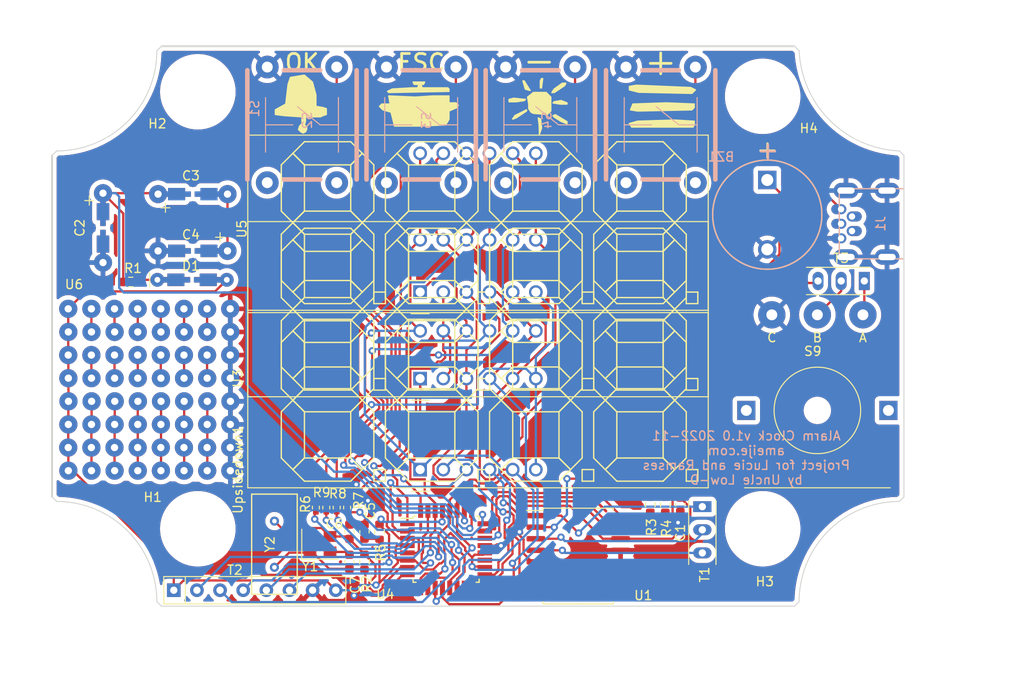
<source format=kicad_pcb>
(kicad_pcb (version 20211014) (generator pcbnew)
  (layers (0 "F.Cu" signal) (31 "B.Cu" signal) (34 "B.Paste" user) (35 "F.Paste" user) (36 "B.SilkS" user "B.Silkscreen") (37 "F.SilkS" user "F.Silkscreen") (38 "B.Mask" user) (39 "F.Mask" user) (44 "Edge.Cuts" user))
  (net 0 "")
  (net 1 "GND")
  (net 2 "/A0")
  (net 3 "VCC")
  (net 4 "Net-(C1-Pad2)")
  (net 5 "Net-(C3-Pad2)")
  (net 6 "Net-(C6-Pad1)")
  (net 7 "Net-(C7-Pad1)")
  (net 8 "/5(PWM)")
  (net 9 "/10(PWM-SS)")
  (net 10 "Net-(R5-Pad1)")
  (net 11 "/9(PWM)")
  (net 12 "Net-(R6-Pad1)")
  (net 13 "/6(PWM)")
  (net 14 "/A1")
  (net 15 "/A3")
  (net 16 "/2")
  (net 17 "/A2")
  (net 18 "Net-(S9-Pad1)")
  (net 19 "Net-(S9-Pad2)")
  (net 20 "Net-(D1-Pad1)")
  (net 23 "/0(Rx)")
  (net 24 "/1(Tx)")
  (net 26 "/A4(SDA)")
  (net 27 "/A5(SCL)")
  (net 28 "Net-(R7-Pad1)")
  (net 29 "Net-(T1-Pad1)")
  (net 30 "/3(PWM)")
  (net 31 "/4")
  (net 32 "/11(PWM-MOSI)")
  (net 33 "/7")
  (net 34 "/8")
  (net 35 "/13(SCK)")
  (net 36 "/12(MISO)")
  (net 37 "Net-(T1-Pad2)")
  (net 38 "Net-(T1-Pad3)")
  (net 41 "Net-(R8-Pad1)")
  (net 42 "Net-(R9-Pad1)")
  (net 43 "Net-(U6-Pad10)")
  (net 44 "Net-(U6-Pad13)")
  (net 45 "Net-(U6-Pad15)")
  (net 46 "Net-(U6-Pad17)")
  (net 47 "Net-(U6-Pad21)")
  (net 48 "Net-(U6-Pad23)")
  (net 49 "Net-(U6-Pad25)")
  (net 50 "Net-(U6-Pad29)")
  (net 51 "Net-(U6-Pad31)")
  (net 52 "Net-(U6-Pad33)")
  (net 53 "Net-(U6-Pad37)")
  (net 54 "Net-(U6-Pad39)")
  (net 55 "Net-(U6-Pad41)")
  (net 56 "Net-(U6-Pad45)")
  (net 57 "Net-(U6-Pad47)")
  (net 58 "Net-(U6-Pad49)")
  (net 59 "Net-(U6-Pad53)")
  (net 60 "Net-(U6-Pad55)")
  (footprint "Luciebox:rotary_encoder" (layer "F.Cu") (at 84 29.5 180)
    (fp_text reference "S9")
    (fp_text value "rotary_encoder")
  )
  (footprint "Resistor_SMD:R_0603_1608Metric" (layer "F.Cu") (at 67.31 50.356 -90)
    (fp_text reference "R4")
    (fp_text value "4.7k")
  )
  (footprint "Resistor_SMD:R_0402_1005Metric" (layer "F.Cu") (at 30.099 50.673 -90)
    (fp_text reference "R9")
    (fp_text value "100")
  )
  (footprint "Capacitor_SMD:C_0603_1608Metric" (layer "F.Cu") (at 32.639 56.629 90)
    (fp_text reference "C7")
    (fp_text value "0603,8.2pF,50V,C0G ")
  )
  (footprint "Luciebox:Terminal_8x1_100mil" (layer "F.Cu") (at 22.25 59.75)
    (fp_text reference "T2")
    (fp_text value "terminal_8x1")
  )
  (footprint "Package_SO:SOIC-16W_7.5x10.3mm_P1.27mm" (layer "F.Cu") (at 57.75 56)
    (fp_text reference "U1")
    (fp_text value "DS3231")
  )
  (footprint "Lucieboxv3:CA56-12SRWA" (layer "F.Cu") (at 40.4 27 90)
    (fp_text reference "U5")
    (fp_text value "CA56-12SRWA")
  )
  (footprint "Resistor_SMD:R_0603_1608Metric" (layer "F.Cu") (at 35.941 53.327 -90)
    (fp_text reference "R5")
    (fp_text value "10k")
  )
  (footprint "Luciebox:Terminal_3x1_100mil" (layer "F.Cu") (at 86.614 25.781 180)
    (fp_text reference "T3")
    (fp_text value "terminal_3x1")
  )
  (footprint "Luciebox:MountingHole_4.3mm_M4" (layer "F.Cu") (at 16 53)
    (fp_text reference "H1")
    (fp_text value "MountingHole")
  )
  (footprint "Capacitor_SMD:C_0603_1608Metric" (layer "F.Cu") (at 32.639 53.327 90)
    (fp_text reference "C6")
    (fp_text value "0603,8.2pF,50V,C0G ")
  )
  (footprint "Luciebox:MountingHole_4.3mm_M4" (layer "F.Cu") (at 16 5)
    (fp_text reference "H2")
    (fp_text value "MountingHole")
  )
  (footprint "Resistor_SMD:R_0603_1608Metric" (layer "F.Cu") (at 8.6374 25.8948)
    (fp_text reference "R1")
    (fp_text value "high current")
  )
  (footprint "Luciebox:MountingHole_4.3mm_M4" (layer "F.Cu") (at 78 53)
    (fp_text reference "H3")
    (fp_text value "MountingHole")
  )
  (footprint "Resistor_SMD:R_0402_1005Metric" (layer "F.Cu") (at 31.242 50.673 -90)
    (fp_text reference "R8")
    (fp_text value "100")
  )
  (footprint "Resistor_SMD:R_0402_1005Metric" (layer "F.Cu") (at 32.385 50.673 -90)
    (fp_text reference "R7")
    (fp_text value "100")
  )
  (footprint "Resistor_SMD:R_0603_1608Metric" (layer "F.Cu") (at 34.29 56.629 -90)
    (fp_text reference "R2")
    (fp_text value "1M")
  )
  (footprint "digital_clock:polarized_capacitor" (layer "F.Cu") (at 15.4446 16.2428 180)
    (fp_text reference "C3")
    (fp_text value "C_Polarized")
  )
  (footprint "Capacitor_SMD:C_0603_1608Metric" (layer "F.Cu") (at 34.29 53.327 -90)
    (fp_text reference "C5")
    (fp_text value "0603,100nF,50V,X7R ")
  )
  (footprint "digital_clock:Crystal_SMD_3225-4Pin_3.2x2.5mm" (layer "F.Cu") (at 29.4072 54.696)
    (fp_text reference "Y1")
    (fp_text value "Crystal-Device_SMD_4pins_16MHz")
  )
  (footprint "digital_clock:polarized_capacitor" (layer "F.Cu") (at 15.4446 22.479)
    (fp_text reference "C4")
    (fp_text value "C_Polarized")
  )
  (footprint "Luciebox:smd_throughhole_2_pins" (layer "F.Cu") (at 15.367 25.654 180)
    (fp_text reference "D1")
    (fp_text value "D_Schottky")
  )
  (footprint "Lucieboxv3:CA56-12SRWA" (layer "F.Cu") (at 40.4 36.5 90)
    (fp_text reference "U3")
    (fp_text value "CA56-12SRWA")
  )
  (footprint "Resistor_SMD:R_0603_1608Metric" (layer "F.Cu") (at 65.659 50.356 -90)
    (fp_text reference "R3")
    (fp_text value "4.7k")
  )
  (footprint "Luciebox:CRYSTAL" (layer "F.Cu") (at 24.4072 54.696 -90)
    (fp_text reference "Y2")
    (fp_text value "16MHz")
  )
  (footprint "Package_QFP:TQFP-32_7x7mm_P0.8mm" (layer "F.Cu") (at 43.25 55.25)
    (fp_text reference "U4")
    (fp_text value "ATmega328P-A")
  )
  (footprint "Capacitor_SMD:C_0603_1608Metric" (layer "F.Cu") (at 68.961 50.356 90)
    (fp_text reference "C1")
    (fp_text value "0603,100nF,50V,X7R ")
  )
  (footprint "Resistor_SMD:R_0402_1005Metric" (layer "F.Cu") (at 28.956 50.673 -90)
    (fp_text reference "R6")
    (fp_text value "100")
  )
  (footprint "Luciebox:Terminal_3x1_100mil" (layer "F.Cu") (at 71.374 53.1125 -90)
    (fp_text reference "T1")
    (fp_text value "terminal_3x1")
  )
  (footprint "Luciebox:8X8PADS_100mil" (layer "F.Cu") (at 11.7949 37.7046)
    (fp_text reference "U6")
    (fp_text value "8X8PADS")
  )
  (footprint "Lucieboxv3:CA56-12SRWA" (layer "F.Cu") (at 40.4 46.5 90)
    (fp_text reference "Upsidedown1")
    (fp_text value "CA56-12SRWA")
  )
  (footprint "digital_clock:polarized_capacitor" (layer "F.Cu") (at 5.5894 19.9512 90)
    (fp_text reference "C2")
    (fp_text value "C_Polarized")
  )
  (footprint "Luciebox:MountingHole_4.3mm_M4" (layer "F.Cu") (at 78 5.5)
    (fp_text reference "H4")
    (fp_text value "MountingHole")
  )
  (footprint "Luciebox:usb_mini_Molex-0548190519" (layer "B.Cu") (at 93.4 19.5 180)
    (fp_text reference "J1")
    (fp_text value "USB_B_Mini")
  )
  (footprint "Luciebox:buzzer" (layer "B.Cu") (at 78.5 18.5 180)
    (fp_text reference "BZ1")
    (fp_text value "Buzzer")
  )
  (footprint "digital_clock:Button 12x12mm" (layer "B.Cu") (at 53.594 8.636 -90)
    (fp_text reference "S3")
    (fp_text value "KS-01Q-01_Obsolete")
  )
  (footprint "digital_clock:Button 12x12mm" (layer "B.Cu") (at 27.432 8.636 -90)
    (fp_text reference "S1")
    (fp_text value "KS-01Q-01_Obsolete")
  )
  (footprint "digital_clock:Button 12x12mm" (layer "B.Cu") (at 40.513 8.636 -90)
    (fp_text reference "S2")
    (fp_text value "KS-01Q-01_Obsolete")
  )
  (footprint "digital_clock:Button 12x12mm" (layer "B.Cu") (at 66.802 8.636 -90)
    (fp_text reference "S4")
    (fp_text value "KS-01Q-01_Obsolete")
  )
  (gr_poly (pts (xy 53.623881 8.001) (xy 53.723826 8.985436) (xy 53.496881 9.652) (xy 53.467 8.643471) (xy 53.369881 7.874)) (layer "F.SilkS") (width 0.15) (fill solid))
  (gr_poly (pts (xy 70.479181 8.235915) (xy 70.479181 8.616915) (xy 70.352181 8.870915) (xy 66.034181 8.870915) (xy 63.621181 8.870915) (xy 63.367181 8.489915) (xy 64.256181 8.235915) (xy 68.320181 8.108915)) (layer "F.SilkS") (width 0.15) (fill solid))
  (gr_poly (pts (xy 52.07 7.112) (xy 50.927 7.874) (xy 50.546 8.001) (xy 50.8 7.62) (xy 52.07 6.985)) (layer "F.SilkS") (width 0.15) (fill solid))
  (gr_poly (pts (xy 56.261 4.318) (xy 55.118 5.08) (xy 54.864 5.08) (xy 55.118 4.699) (xy 56.007 4.064) (xy 56.388 4.064)) (layer "F.SilkS") (width 0.15) (fill solid))
  (gr_poly (pts (xy 53.721 4.572) (xy 53.594 4.572) (xy 53.594 3.81) (xy 53.721 3.556) (xy 53.848 3.556)) (layer "F.SilkS") (width 0.15) (fill solid))
  (gr_poly (pts (xy 70.479181 6.35) (xy 70.479181 6.731) (xy 70.225181 6.985) (xy 64.256181 7.112) (xy 63.494181 6.985) (xy 63.748181 6.35) (xy 67.431181 6.223)) (layer "F.SilkS") (width 0.15) (fill solid))
  (gr_poly (pts (xy 54.737 7.112) (xy 54.356 7.493) (xy 52.832 7.366) (xy 52.578 7.239) (xy 52.324 6.858) (xy 52.324 6.35) (xy 52.197 5.588) (xy 52.832 5.08) (xy 54.229 5.08) (xy 54.737 5.588)) (layer "F.SilkS") (width 0.15) (fill solid))
  (gr_poly (pts (xy 56.515 8.285655) (xy 56.515 8.509) (xy 55.88 8.255) (xy 55.118 7.777655) (xy 54.991 7.62) (xy 55.245 7.523655)) (layer "F.SilkS") (width 0.15) (fill solid))
  (gr_poly (pts (xy 70.104 4.539237) (xy 70.612 4.793237) (xy 70.231 5.174237) (xy 64.389 5.047237) (xy 63.373 4.793237) (xy 63.373 4.412237) (xy 64.135 4.285237)) (layer "F.SilkS") (width 0.15) (fill solid))
  (gr_poly (pts (xy 40.767 4.191) (xy 40.513 4.191) (xy 40.513 4.318) (xy 40.64 4.572) (xy 43.434 4.572) (xy 43.561 4.699) (xy 43.561 4.953) (xy 36.957 5.08) (xy 36.83 4.953) (xy 37.338 4.699) (xy 39.497 4.572) (xy 39.751 4.572) (xy 40.132 4.572) (xy 40.259 4.191) (xy 39.751 4.191) (xy 39.624 3.937) (xy 40.894 3.937)) (layer "F.SilkS") (width 0.15) (fill solid))
  (gr_poly (pts (xy 28.575 3.937) (xy 28.956 5.334) (xy 28.956 6.604) (xy 29.718 6.731) (xy 30.099 6.858) (xy 30.099 7.493) (xy 29.718 7.62) (xy 29.464 7.747) (xy 28.829 7.747) (xy 27.813 7.747) (xy 27.813 8.255) (xy 27.686 8.636) (xy 27.94 8.89) (xy 27.94 9.144) (xy 27.813 9.398) (xy 27.559 9.525) (xy 27.305 9.398) (xy 27.051 9.144) (xy 27.178 8.763) (xy 27.432 8.509) (xy 27.432 7.747) (xy 25.527 7.62) (xy 24.511 7.493) (xy 24.511 6.985) (xy 25.654 6.35) (xy 25.908 4.191) (xy 26.162 3.429) (xy 27.686 3.175)) (layer "F.SilkS") (width 0.15) (fill solid))
  (gr_poly (pts (xy 43.561 6.223) (xy 44.323 6.223) (xy 44.577 6.477) (xy 44.45 6.731) (xy 43.561 7.112) (xy 43.561 8.001) (xy 43.434 8.255) (xy 43.18 8.636) (xy 40.259 8.763) (xy 37.592 8.763) (xy 37.211 7.239) (xy 36.322 6.985) (xy 35.941 6.604) (xy 36.195 6.35) (xy 37.084 6.35) (xy 37.084 6.223) (xy 36.957 5.461) (xy 39.878 5.588) (xy 41.783 5.461) (xy 43.561 5.461)) (layer "F.SilkS") (width 0.15) (fill solid))
  (gr_poly (pts (xy 51.943 5.842) (xy 51.816 5.969) (xy 50.927 6.096) (xy 50.165 6.096) (xy 50.165 5.842) (xy 50.673 5.715)) (layer "F.SilkS") (width 0.15) (fill solid))
  (gr_poly (pts (xy 52.451 4.826) (xy 52.324 4.826) (xy 51.943 4.699) (xy 51.689 3.81) (xy 51.816 3.81)) (layer "F.SilkS") (width 0.15) (fill solid))
  (gr_poly (pts (xy 56.515 6.223) (xy 56.515 6.35) (xy 55.753 6.35) (xy 54.991 6.223) (xy 55.118 6.096) (xy 55.88 5.969)) (layer "F.SilkS") (width 0.15) (fill solid))
  (gr_line (start 12 61.5) (end 81.5 61.5) (layer "Edge.Cuts") (width 0.1))
  (gr_line (start 93.5 49.5) (end 93 50) (layer "Edge.Cuts") (width 0.1))
  (gr_line (start 0 12) (end 0.5 11.5) (layer "Edge.Cuts") (width 0.1))
  (gr_line (start 12 0) (end 11.5 0.5) (layer "Edge.Cuts") (width 0.1))
  (gr_line (start 81.5 0) (end 82 0.5) (layer "Edge.Cuts") (width 0.1))
  (gr_line (start 82 61) (end 81.5 61.5) (layer "Edge.Cuts") (width 0.1))
  (gr_arc (start 82 61) (mid 85.221825 53.221825) (end 93 50) (layer "Edge.Cuts") (width 0.1))
  (gr_line (start 93.5 49.5) (end 93.5 12) (layer "Edge.Cuts") (width 0.1))
  (gr_line (start 0 49.5) (end 0.5 50) (layer "Edge.Cuts") (width 0.1))
  (gr_arc (start 93 11.5) (mid 85.363715 8.136285) (end 82 0.5) (layer "Edge.Cuts") (width 0.1))
  (gr_line (start 12 0) (end 81.5 0) (layer "Edge.Cuts") (width 0.2))
  (gr_arc (start 11.5 0.5) (mid 8.278175 8.278175) (end 0.5 11.5) (layer "Edge.Cuts") (width 0.1))
  (gr_arc (start 0.5 50) (mid 8.278175 53.221825) (end 11.5 61) (layer "Edge.Cuts") (width 0.1))
  (gr_line (start 93 11.5) (end 93.5 12) (layer "Edge.Cuts") (width 0.1))
  (gr_line (start 11.5 61) (end 12 61.5) (layer "Edge.Cuts") (width 0.1))
  (gr_line (start 0 49.5) (end 0 12) (layer "Edge.Cuts") (width 0.2))
  (gr_text "Alarm Clock v1.0 2022-11\nameije.com\nProject for Lucie and Ramses\nby Uncle Low-D\n" (at 76.2 45.212) (layer "B.SilkS") (effects (font (size 1 1)) (justify mirror)))
  (gr_text "OK" (at 27.432 1.778) (layer "F.SilkS") (effects (font (size 1.8 1.8) (thickness 0.3))))
  (gr_text "+" (at 66.802 1.651) (layer "F.SilkS") (effects (font (size 3 3) (thickness 0.3))))
  (gr_text "-" (at 53.467 1.524) (layer "F.SilkS") (effects (font (size 3 3) (thickness 0.3))))
  (gr_text "ESC" (at 40.513 1.778) (layer "F.SilkS") (effects (font (size 1.8 1.8) (thickness 0.3))))
  (segment (start 24.64 53.846) (end 28.3072 53.846) (width 0.25) (layer "F.Cu") (net 1))
  (segment (start 40.08 54.05) (end 40.259 54.229) (width 0.25) (layer "F.Cu") (net 1))
  (segment (start 52.673928 56.635) (end 51.75048 55.711552) (width 0.25) (layer "F.Cu") (net 1))
  (segment (start 36.740521 52.338465) (end 36.835888 52.243098) (width 0.25) (layer "F.Cu") (net 1))
  (segment (start 40.259 55.441) (end 40.05 55.65) (width 0.25) (layer "F.Cu") (net 1))
  (segment (start 33.147 60.237411) (end 30.9701 58.060511) (width 0.25) (layer "F.Cu") (net 1))
  (segment (start 38.075978 54.05) (end 36.740521 52.714543) (width 0.25) (layer "F.Cu") (net 1))
  (segment (start 32.647489 60.824511) (end 33.147 60.325) (width 0.25) (layer "F.Cu") (net 1))
  (segment (start 40.05 55.65) (end 39 55.65) (width 0.25) (layer "F.Cu") (net 1))
  (segment (start 34.29 52.0614) (end 34.29 52.552) (width 0.25) (layer "F.Cu") (net 1))
  (segment (start 28.4072 53.846) (end 30.1072 55.546) (width 0.25) (layer "F.Cu") (net 1))
  (segment (start 23.008511 58.060511) (end 22.606 57.658) (width 0.25) (layer "F.Cu") (net 1))
  (segment (start 51.181 53.594) (end 51.181 53.213) (width 0.25) (layer "F.Cu") (net 1))
  (segment (start 22.606 57.658) (end 22.606 55.88) (width 0.25) (layer "F.Cu") (net 1))
  (segment (start 51.181 53.213) (end 51.308 53.34) (width 0.25) (layer "F.Cu") (net 1))
  (segment (start 39 54.05) (end 40.08 54.05) (width 0.25) (layer "F.Cu") (net 1))
  (segment (start 33.147 60.325) (end 33.147 60.237411) (width 0.25) (layer "F.Cu") (net 1))
  (segment (start 51.75048 54.16348) (end 51.181 53.594) (width 0.25) (layer "F.Cu") (net 1))
  (segment (start 29.674511 60.824511) (end 32.647489 60.824511) (width 0.25) (layer "F.Cu") (net 1))
  (segment (start 35.640901 50.710499) (end 34.29 52.0614) (width 0.25) (layer "F.Cu") (net 1))
  (segment (start 36.835888 51.305288) (end 36.241099 50.710499) (width 0.25) (layer "F.Cu") (net 1))
  (segment (start 47.5 54.85) (end 49.262 54.85) (width 0.25) (layer "F.Cu") (net 1))
  (segment (start 32.331 55.546) (end 32.639 55.854) (width 0.25) (layer "F.Cu") (net 1))
  (segment (start 28.3072 53.846) (end 28.4072 53.846) (width 0.25) (layer "F.Cu") (net 1))
  (segment (start 30.1072 55.546) (end 30.5072 55.546) (width 0.25) (layer "F.Cu") (net 1))
  (segment (start 39 54.05) (end 38.075978 54.05) (width 0.25) (layer "F.Cu") (net 1))
  (segment (start 30.9701 58.060511) (end 23.008511 58.060511) (width 0.25) (layer "F.Cu") (net 1))
  (segment (start 40.259 54.229) (end 40.259 55.441) (width 0.25) (layer "F.Cu") (net 1))
  (segment (start 36.835888 52.243098) (end 36.835888 51.305288) (width 0.25) (layer "F.Cu") (net 1))
  (segment (start 51.75048 55.711552) (end 51.75048 54.16348) (width 0.25) (layer "F.Cu") (net 1))
  (segment (start 36.241099 50.710499) (end 35.640901 50.710499) (width 0.25) (layer "F.Cu") (net 1))
  (segment (start 36.740521 52.714543) (end 36.740521 52.338465) (width 0.25) (layer "F.Cu") (net 1))
  (segment (start 22.606 55.88) (end 24.64 53.846) (width 0.25) (layer "F.Cu") (net 1))
  (segment (start 30.5072 55.546) (end 32.331 55.546) (width 0.25) (layer "F.Cu") (net 1))
  (segment (start 49.262 54.85) (end 49.276 54.864) (width 0.25) (layer "F.Cu") (net 1))
  (segment (start 53.1 56.635) (end 52.673928 56.635) (width 0.25) (layer "F.Cu") (net 1))
  (segment (start 28.6 59.75) (end 29.674511 60.824511) (width 0.25) (layer "F.Cu") (net 1))
  (via (at 51.308 53.34) (size 0.8) (drill 0.4) (layers "F.Cu" "B.Cu") (net 1))
  (via (at 49.276 54.864) (size 0.8) (drill 0.4) (layers "F.Cu" "B.Cu") (net 1))
  (via (at 33.381632 48.141769) (size 0.8) (drill 0.4) (layers "F.Cu" "B.Cu") (net 1))
  (via (at 68.707 52.324) (size 0.8) (drill 0.4) (layers "F.Cu" "B.Cu") (net 1))
  (via (at 33.147 60.325) (size 0.8) (drill 0.4) (layers "F.Cu" "B.Cu") (net 1))
  (via (at 34.671 49.911) (size 0.8) (drill 0.4) (layers "F.Cu" "B.Cu") (net 1))
  (segment (start 50.8 53.34) (end 49.276 54.864) (width 0.25) (layer "B.Cu") (net 1))
  (segment (start 51.308 53.34) (end 50.8 53.34) (width 0.25) (layer "B.Cu") (net 1))
  (segment (start 82.975252 26) (end 79.840511 22.865259) (width 0.25) (layer "F.Cu") (net 2))
  (segment (start 79.840511 22.865259) (end 79.840511 16.030511) (width 0.25) (layer "F.Cu") (net 2))
  (segment (start 68.10952 51.598263) (end 68.10952 34.59625) (width 0.25) (layer "F.Cu") (net 2))
  (segment (start 48.945581 48.973531) (end 50.244939 48.973531) (width 0.25) (layer "F.Cu") (net 2))
  (segment (start 57.858448 49.97952) (end 61.328448 53.44952) (width 0.25) (layer "F.Cu") (net 2))
  (segment (start 47.5 53.25) (end 47.700489 53.049511) (width 0.25) (layer "F.Cu") (net 2))
  (segment (start 51.250928 49.97952) (end 57.858448 49.97952) (width 0.25) (layer "F.Cu") (net 2))
  (segment (start 48.586976 53.049511) (end 48.624511 53.011976) (width 0.25) (layer "F.Cu") (net 2))
  (segment (start 48.624511 53.011976) (end 48.624511 51.944177) (width 0.25) (layer "F.Cu") (net 2))
  (segment (start 47.700489 53.049511) (end 48.586976 53.049511) (width 0.25) (layer "F.Cu") (net 2))
  (segment (start 79.840511 16.030511) (end 78.5 14.69) (width 0.25) (layer "F.Cu") (net 2))
  (segment (start 61.328448 53.44952) (end 66.258263 53.44952) (width 0.25) (layer "F.Cu") (net 2))
  (segment (start 83.855 26) (end 82.975252 26) (width 0.25) (layer "F.Cu") (net 2))
  (segment (start 68.10952 34.59625) (end 79.840511 22.865259) (width 0.25) (layer "F.Cu") (net 2))
  (segment (start 66.258263 53.44952) (end 68.10952 51.598263) (width 0.25) (layer "F.Cu") (net 2))
  (segment (start 50.244939 48.973531) (end 51.250928 49.97952) (width 0.25) (layer "F.Cu") (net 2))
  (segment (start 84.074 25.781) (end 83.855 26) (width 0.25) (layer "F.Cu") (net 2))
  (segment (start 48.310582 51.630248) (end 48.310582 49.60853) (width 0.25) (layer "F.Cu") (net 2))
  (segment (start 48.310582 49.60853) (end 48.945581 48.973531) (width 0.25) (layer "F.Cu") (net 2))
  (segment (start 48.624511 51.944177) (end 48.310582 51.630248) (width 0.25) (layer "F.Cu") (net 2))
  (segment (start 1.7873 36.46) (end 1.7873 33.9327) (width 0.25) (layer "F.Cu") (net 3))
  (segment (start 37.95 56.740274) (end 37.95 56.45) (width 0.25) (layer "F.Cu") (net 3))
  (segment (start 1.7746 44.08) (end 1.7746 41.5527) (width 0.25) (layer "F.Cu") (net 3))
  (segment (start 43.155643 56.366864) (end 43.155643 55.75619) (width 0.25) (layer "F.Cu") (net 3))
  (segment (start 1.7873 44.0927) (end 1.7746 44.08) (width 0.25) (layer "F.Cu") (net 3))
  (segment (start 35.814 58.928) (end 35.56 59.182) (width 0.25) (layer "F.Cu") (net 3))
  (segment (start 1.7746 31.3673) (end 1.7873 31.38) (width 0.25) (layer "F.Cu") (net 3))
  (segment (start 1.7746 28.84) (end 1.7746 31.3673) (width 0.25) (layer "F.Cu") (net 3))
  (segment (start 37.425978 57.443008) (end 37.425978 57.264296) (width 0.25) (layer "F.Cu") (net 3))
  (segment (start 19.177 25.654) (end 17.900489 26.930511) (width 0.25) (layer "F.Cu") (net 3))
  (segment (start 43.045676 54.165565) (end 43.744241 53.467) (width 0.25) (layer "F.Cu") (net 3))
  (segment (start 35.941 58.927986) (end 37.425978 57.443008) (width 0.25) (layer "F.Cu") (net 3))
  (segment (start 13.36 57.683) (end 13.36 59.75) (width 0.25) (layer "F.Cu") (net 3))
  (segment (start 1.7873 39.0127) (end 1.8 39) (width 0.25) (layer "F.Cu") (net 3))
  (segment (start 2.297 46.62) (end 13.36 57.683) (width 0.25) (layer "F.Cu") (net 3))
  (segment (start 30.065489 58.675489) (end 14.434511 58.675489) (width 0.25) (layer "F.Cu") (net 3))
  (segment (start 46.101 57.15) (end 47.4 57.15) (width 0.25) (layer "F.Cu") (net 3))
  (segment (start 1.8 39) (end 1.8 36.4727) (width 0.25) (layer "F.Cu") (net 3))
  (segment (start 1.8 36.4727) (end 1.7873 36.46) (width 0.25) (layer "F.Cu") (net 3))
  (segment (start 37.719 54.991) (end 37.86 54.85) (width 0.25) (layer "F.Cu") (net 3))
  (segment (start 37.425978 57.264296) (end 37.95 56.740274) (width 0.25) (layer "F.Cu") (net 3))
  (segment (start 35.941 58.927986) (end 35.814014 58.927986) (width 0.25) (layer "F.Cu") (net 3))
  (segment (start 34.29 54.102) (end 35.891 54.102) (width 0.25) (layer "F.Cu") (net 3))
  (segment (start 47.5 55.65) (end 47.299511 55.850489) (width 0.25) (layer "F.Cu") (net 3))
  (segment (start 37.86 54.85) (end 39 54.85) (width 0.25) (layer "F.Cu") (net 3))
  (segment (start 37.719 56.219) (end 37.719 54.991) (width 0.25) (layer "F.Cu") (net 3))
  (segment (start 41.837533 57.476467) (end 42.512628 56.801372) (width 0.25) (layer "F.Cu") (net 3))
  (segment (start 35.891 54.102) (end 35.941 54.152) (width 0.25) (layer "F.Cu") (net 3))
  (segment (start 45.340443 55.373443) (end 46.101 56.134) (width 0.25) (layer "F.Cu") (net 3))
  (segment (start 1.7873 41.54) (end 1.7873 39.0127) (width 0.25) (layer "F.Cu") (net 3))
  (segment (start 47.299511 55.850489) (end 46.375489 55.850489) (width 0.25) (layer "F.Cu") (net 3))
  (segment (start 45.340443 55.062237) (end 45.340443 55.373443) (width 0.25) (layer "F.Cu") (net 3))
  (segment (start 14.434511 58.675489) (end 13.36 59.75) (width 0.25) (layer "F.Cu") (net 3))
  (segment (start 46.101 56.124978) (end 46.101 57.15) (width 0.25) (layer "F.Cu") (net 3))
  (segment (start 86.6 17.9) (end 81.654 12.954) (width 0.25) (layer "F.Cu") (net 3))
  (segment (start 63.626 47.498) (end 56.515 47.498) (width 0.25) (layer "F.Cu") (net 3))
  (segment (start 39 56.45) (end 39.806146 56.45) (width 0.25) (layer "F.Cu") (net 3))
  (segment (start 42.721135 56.801372) (end 43.155643 56.366864) (width 0.25) (layer "F.Cu") (net 3))
  (segment (start 65.659 49.531) (end 63.626 47.498) (width 0.25) (layer "F.Cu") (net 3))
  (segment (start 67.31 49.531) (end 65.659 49.531) (width 0.25) (layer "F.Cu") (net 3))
  (segment (start 39.806146 56.45) (end 40.832613 57.476467) (width 0.25) (layer "F.Cu") (net 3))
  (segment (start 1.7746 33.92) (end 1.7746 31.3927) (width 0.25) (layer "F.Cu") (net 3))
  (segment (start 43.745206 53.467) (end 45.340443 55.062237) (width 0.25) (layer "F.Cu") (net 3))
  (segment (start 17.900489 26.930511) (end 3.684089 26.930511) (width 0.25) (layer "F.Cu") (net 3))
  (segment (start 67.31 22.606) (end 67.31 49.531) (width 0.25) (layer "F.Cu") (net 3))
  (segment (start 55.111 52.825) (end 55.118 52.832) (width 0.25) (layer "F.Cu") (net 3))
  (segment (start 1.7746 41.5527) (end 1.7873 41.54) (width 0.25) (layer "F.Cu") (net 3))
  (segment (start 40.832613 57.476467) (end 41.837533 57.476467) (width 0.25) (layer "F.Cu") (net 3))
  (segment (start 1.7873 46.62) (end 2.297 46.62) (width 0.25) (layer "F.Cu") (net 3))
  (segment (start 3.684089 26.930511) (end 1.7746 28.84) (width 0.25) (layer "F.Cu") (net 3))
  (segment (start 1.7873 33.9327) (end 1.7746 33.92) (width 0.25) (layer "F.Cu") (net 3))
  (segment (start 37.95 56.45) (end 37.719 56.219) (width 0.25) (layer "F.Cu") (net 3))
  (segment (start 31.14 59.75) (end 30.065489 58.675489) (width 0.25) (layer "F.Cu") (net 3))
  (segment (start 43.045676 55.646223) (end 43.045676 54.165565) (width 0.25) (layer "F.Cu") (net 3))
  (segment (start 81.654 12.954) (end 76.962 12.954) (width 0.25) (layer "F.Cu") (net 3))
  (segment (start 43.744241 53.467) (end 43.745206 53.467) (width 0.25) (layer "F.Cu") (net 3))
  (segment (start 76.962 12.954) (end 67.31 22.606) (width 0.25) (layer "F.Cu") (net 3))
  (segment (start 46.375489 55.850489) (end 46.101 56.124978) (width 0.25) (layer "F.Cu") (net 3))
  (segment (start 35.814014 58.927986) (end 35.814 58.928) (width 0.25) (layer "F.Cu") (net 3))
  (segment (start 42.512628 56.801372) (end 42.721135 56.801372) (width 0.25) (layer "F.Cu") (net 3))
  (segment (start 37.95 56.45) (end 39 56.45) (width 0.25) (layer "F.Cu") (net 3))
  (segment (start 47.4 57.15) (end 47.5 57.25) (width 0.25) (layer "F.Cu") (net 3))
  (segment (start 1.7746 31.3927) (end 1.7873 31.38) (width 0.25) (layer "F.Cu") (net 3))
  (segment (start 46.101 56.134) (end 46.101 57.15) (width 0.25) (layer "F.Cu") (net 3))
  (segment (start 53.1 52.825) (end 55.111 52.825) (width 0.25) (layer "F.Cu") (net 3))
  (segment (start 1.7873 46.62) (end 1.7873 44.0927) (width 0.25) (layer "F.Cu") (net 3))
  (segment (start 43.155643 55.75619) (end 43.045676 55.646223) (width 0.25) (layer "F.Cu") (net 3))
  (segment (start 35.941 54.152) (end 35.941 58.927986) (width 0.25) (layer "F.Cu") (net 3))
  (via (at 46.101 57.15) (size 0.8) (drill 0.4) (layers "F.Cu" "B.Cu") (net 3))
  (via (at 55.118 52.832) (size 0.8) (drill 0.4) (layers "F.Cu" "B.Cu") (net 3))
  (via (at 35.56 59.182) (size 0.8) (drill 0.4) (layers "F.Cu" "B.Cu") (net 3))
  (via (at 56.515 47.498) (size 0.8) (drill 0.4) (layers "F.Cu" "B.Cu") (net 3))
  (segment (start 46.46748 57.51648) (end 46.101 57.15) (width 0.25) (layer "B.Cu") (net 3))
  (segment (start 33.447099 59.600499) (end 32.846901 59.600499) (width 0.25) (layer "B.Cu") (net 3))
  (segment (start 56.515 51.435) (end 55.118 52.832) (width 0.25) (layer "B.Cu") (net 3))
  (segment (start 56.515 47.498) (end 56.515 51.435) (width 0.25) (layer "B.Cu") (net 3))
  (segment (start 32.6974 59.75) (end 31.14 59.75) (width 0.25) (layer "B.Cu") (net 3))
  (segment (start 33.865598 59.182) (end 33.447099 59.600499) (width 0.25) (layer "B.Cu") (net 3))
  (segment (start 55.118 52.832) (end 55.118 53.230903) (width 0.25) (layer "B.Cu") (net 3))
  (segment (start 35.56 59.182) (end 33.865598 59.182) (width 0.25) (layer "B.Cu") (net 3))
  (segment (start 32.846901 59.600499) (end 32.6974 59.75) (width 0.25) (layer "B.Cu") (net 3))
  (segment (start 55.118 53.230903) (end 50.832423 57.51648) (width 0.25) (layer "B.Cu") (net 3))
  (segment (start 50.832423 57.51648) (end 46.46748 57.51648) (width 0.25) (layer "B.Cu") (net 3))
  (segment (start 49.131773 49.423042) (end 48.77277 49.782045) (width 0.25) (layer "F.Cu") (net 4))
  (segment (start 62.4 54.095) (end 68.079 54.095) (width 0.25) (layer "F.Cu") (net 4))
  (segment (start 7.8124 18.3642) (end 5.5894 16.1412) (width 0.25) (layer "F.Cu") (net 4))
  (segment (start 62.4 54.095) (end 60.445 54.095) (width 0.25) (layer "F.Cu") (net 4))
  (segment (start 70.049489 50.669489) (end 68.961 49.581) (width 0.25) (layer "F.Cu") (net 4))
  (segment (start 48.77277 49.782045) (end 48.77277 51.456732) (width 0.25) (layer "F.Cu") (net 4))
  (segment (start 5.5894 16.1412) (end 11.533 16.1412) (width 0.25) (layer "F.Cu") (net 4))
  (segment (start 7.8124 25.8948) (end 7.8124 18.3642) (width 0.25) (layer "F.Cu") (net 4))
  (segment (start 60.445 54.095) (end 56.82749 50.47749) (width 0.25) (layer "F.Cu") (net 4))
  (segment (start 49.08049 53.559605) (end 48.959977 53.680118) (width 0.25) (layer "F.Cu") (net 4))
  (segment (start 48.77277 51.456732) (end 49.08049 51.764452) (width 0.25) (layer "F.Cu") (net 4))
  (segment (start 56.82749 50.47749) (end 51.053195 50.47749) (width 0.25) (layer "F.Cu") (net 4))
  (segment (start 70.104 52.07) (end 70.049489 52.015489) (width 0.25) (layer "F.Cu") (net 4))
  (segment (start 11.533 16.1412) (end 11.6346 16.2428) (width 0.25) (layer "F.Cu") (net 4))
  (segment (start 51.053195 50.47749) (end 49.998747 49.423042) (width 0.25) (layer "F.Cu") (net 4))
  (segment (start 68.079 54.095) (end 70.104 52.07) (width 0.25) (layer "F.Cu") (net 4))
  (segment (start 49.08049 51.764452) (end 49.08049 53.559605) (width 0.25) (layer "F.Cu") (net 4))
  (segment (start 70.049489 52.015489) (end 70.049489 50.669489) (width 0.25) (layer "F.Cu") (net 4))
  (segment (start 49.998747 49.423042) (end 49.131773 49.423042) (width 0.25) (layer "F.Cu") (net 4))
  (via (at 48.959977 53.680119) (size 0.8) (drill 0.4) (layers "F.Cu" "B.Cu") (net 4))
  (segment (start 43.531895 51.938955) (end 43.531896 52.757606) (width 0.25) (layer "B.Cu") (net 4))
  (segment (start 37.502499 51.218499) (end 42.811439 51.218499) (width 0.25) (layer "B.Cu") (net 4))
  (segment (start 33.02 46.736) (end 37.502499 51.218499) (width 0.25) (layer "B.Cu") (net 4))
  (segment (start 21.336 27.051) (end 21.336 37.106456) (width 0.25) (layer "B.Cu") (net 4))
  (segment (start 7.874 27.051) (end 21.336 27.051) (width 0.25) (layer "B.Cu") (net 4))
  (segment (start 6.9972 16.1412) (end 7.366 16.51) (width 0.25) (layer "B.Cu") (net 4))
  (segment (start 48.507083 54.133012) (end 48.959977 53.680118) (width 0.25) (layer "B.Cu") (net 4))
  (segment (start 42.811439 51.218499) (end 43.531895 51.938955) (width 0.25) (layer "B.Cu") (net 4))
  (segment (start 44.907302 54.133012) (end 48.507083 54.133012) (width 0.25) (layer "B.Cu") (net 4))
  (segment (start 21.336 37.106456) (end 30.965544 46.736) (width 0.25) (layer "B.Cu") (net 4))
  (segment (start 5.5894 16.1412) (end 6.9972 16.1412) (width 0.25) (layer "B.Cu") (net 4))
  (segment (start 30.965544 46.736) (end 33.02 46.736) (width 0.25) (layer "B.Cu") (net 4))
  (segment (start 7.366 26.543) (end 7.874 27.051) (width 0.25) (layer "B.Cu") (net 4))
  (segment (start 7.366 16.51) (end 7.366 26.543) (width 0.25) (layer "B.Cu") (net 4))
  (segment (start 43.531896 52.757606) (end 44.907302 54.133012) (width 0.25) (layer "B.Cu") (net 4))
  (segment (start 19.2546 16.2428) (end 19.2546 22.479) (width 0.25) (layer "F.Cu") (net 5))
  (segment (start 32.639 54.102) (end 32.639 54.153) (width 0.25) (layer "F.Cu") (net 6))
  (segment (start 30.5072 53.846) (end 32.383 53.846) (width 0.25) (layer "F.Cu") (net 6))
  (segment (start 35.259901 59.906501) (end 34.835499 59.482099) (width 0.25) (layer "F.Cu") (net 6))
  (segment (start 32.383 53.846) (end 32.639 54.102) (width 0.25) (layer "F.Cu") (net 6))
  (segment (start 35.860099 59.906501) (end 35.259901 59.906501) (width 0.25) (layer "F.Cu") (net 6))
  (segment (start 24.4072 52.156) (end 25.172689 52.921489) (width 0.25) (layer "F.Cu") (net 6))
  (segment (start 25.172689 52.921489) (end 29.582689 52.921489) (width 0.25) (layer "F.Cu") (net 6))
  (segment (start 35.491489 57.005489) (end 34.29 55.804) (width 0.25) (layer "F.Cu") (net 6))
  (segment (start 29.582689 52.921489) (end 30.5072 53.846) (width 0.25) (layer "F.Cu") (net 6))
  (segment (start 39 57.25) (end 38.25469 57.25) (width 0.25) (layer "F.Cu") (net 6))
  (segment (start 34.835499 58.881901) (end 35.491489 58.225911) (width 0.25) (layer "F.Cu") (net 6))
  (segment (start 38.25469 57.25) (end 36.284501 59.220189) (width 0.25) (layer "F.Cu") (net 6))
  (segment (start 32.639 54.153) (end 34.29 55.804) (width 0.25) (layer "F.Cu") (net 6))
  (segment (start 36.284501 59.220189) (end 36.284501 59.482099) (width 0.25) (layer "F.Cu") (net 6))
  (segment (start 34.835499 59.482099) (end 34.835499 58.881901) (width 0.25) (layer "F.Cu") (net 6))
  (segment (start 36.284501 59.482099) (end 35.860099 59.906501) (width 0.25) (layer "F.Cu") (net 6))
  (segment (start 35.491489 58.225911) (end 35.491489 57.005489) (width 0.25) (layer "F.Cu") (net 6))
  (segment (start 32.639 57.404) (end 30.416178 57.404) (width 0.25) (layer "F.Cu") (net 7))
  (segment (start 36.448282 59.954022) (end 36.570978 59.954022) (width 0.25) (layer "F.Cu") (net 7))
  (segment (start 36.570978 59.954022) (end 38.475 58.05) (width 0.25) (layer "F.Cu") (net 7))
  (segment (start 34.385989 57.549989) (end 34.385989 59.668293) (width 0.25) (layer "F.Cu") (net 7))
  (segment (start 28.2272 55.626) (end 26.0172 55.626) (width 0.25) (layer "F.Cu") (net 7))
  (segment (start 35.073708 60.356012) (end 36.046293 60.356011) (width 0.25) (layer "F.Cu") (net 7))
  (segment (start 28.558178 55.546) (end 28.3072 55.546) (width 0.25) (layer "F.Cu") (net 7))
  (segment (start 32.689 57.454) (end 32.639 57.404) (width 0.25) (layer "F.Cu") (net 7))
  (segment (start 28.3072 55.546) (end 28.2272 55.626) (width 0.25) (layer "F.Cu") (net 7))
  (segment (start 36.046293 60.356011) (end 36.448282 59.954022) (width 0.25) (layer "F.Cu") (net 7))
  (segment (start 34.29 57.454) (end 32.689 57.454) (width 0.25) (layer "F.Cu") (net 7))
  (segment (start 38.475 58.05) (end 39 58.05) (width 0.25) (layer "F.Cu") (net 7))
  (segment (start 26.0172 55.626) (end 24.4072 57.236) (width 0.25) (layer "F.Cu") (net 7))
  (segment (start 30.416178 57.404) (end 28.558178 55.546) (width 0.25) (layer "F.Cu") (net 7))
  (segment (start 34.385989 59.668293) (end 35.073708 60.356012) (width 0.25) (layer "F.Cu") (net 7))
  (segment (start 34.29 57.454) (end 34.385989 57.549989) (width 0.25) (layer "F.Cu") (net 7))
  (segment (start 28.829 51.943) (end 28.829 51.31) (width 0.25) (layer "F.Cu") (net 8))
  (segment (start 40.974022 57.925978) (end 42.597188 57.925978) (width 0.25) (layer "F.Cu") (net 8))
  (segment (start 40.45 59.5) (end 40.45 58.45) (width 0.25) (layer "F.Cu") (net 8))
  (segment (start 40.45 58.45) (end 40.974022 57.925978) (width 0.25) (layer "F.Cu") (net 8))
  (segment (start 42.597188 57.925978) (end 43.111367 57.411799) (width 0.25) (layer "F.Cu") (net 8))
  (segment (start 28.829 51.31) (end 28.956 51.183) (width 0.25) (layer "F.Cu") (net 8))
  (via (at 43.121655 57.405098) (size 0.8) (drill 0.4) (layers "F.Cu" "B.Cu") (net 8))
  (via (at 28.829 51.943) (size 0.8) (drill 0.4) (layers "F.Cu" "B.Cu") (net 8))
  (segment (start 43.145537 57.377629) (end 43.111367 57.411799) (width 0.25) (layer "B.Cu") (net 8))
  (segment (start 37.623939 55.650982) (end 38.446714 55.650982) (width 0.25) (layer "B.Cu") (net 8))
  (segment (start 36.502872 55.502499) (end 37.475457 55.5025) (width 0.25) (layer "B.Cu") (net 8))
  (segment (start 32.536981 55.650981) (end 36.354389 55.650982) (width 0.25) (layer "B.Cu") (net 8))
  (segment (start 42.703012 55.139708) (end 42.703012 55.334247) (width 0.25) (layer "B.Cu") (net 8))
  (segment (start 42.015293 54.451989) (end 42.703012 55.139708) (width 0.25) (layer "B.Cu") (net 8))
  (segment (start 43.145537 55.776772) (end 43.145537 57.377629) (width 0.25) (layer "B.Cu") (net 8))
  (segment (start 39.645707 54.451989) (end 42.015293 54.451989) (width 0.25) (layer "B.Cu") (net 8))
  (segment (start 38.446714 55.650982) (end 39.645707 54.451989) (width 0.25) (layer "B.Cu") (net 8))
  (segment (start 42.703012 55.334247) (end 43.145537 55.776772) (width 0.25) (layer "B.Cu") (net 8))
  (segment (start 36.354389 55.650982) (end 36.502872 55.502499) (width 0.25) (layer "B.Cu") (net 8))
  (segment (start 37.475457 55.5025) (end 37.623939 55.650982) (width 0.25) (layer "B.Cu") (net 8))
  (segment (start 28.829 51.943) (end 32.536981 55.650981) (width 0.25) (layer "B.Cu") (net 8))
  (segment (start 32.385 51.183) (end 33.78 51.183) (width 0.25) (layer "F.Cu") (net 9))
  (segment (start 44.45 58.545582) (end 45.27049 57.725092) (width 0.25) (layer "F.Cu") (net 9))
  (segment (start 44.45 59.5) (end 44.45 58.545582) (width 0.25) (layer "F.Cu") (net 9))
  (segment (start 45.27049 56.016884) (end 44.615942 55.362336) (width 0.25) (layer "F.Cu") (net 9))
  (segment (start 45.27049 57.725092) (end 45.27049 56.016884) (width 0.25) (layer "F.Cu") (net 9))
  (segment (start 33.78 51.183) (end 33.782 51.181) (width 0.25) (layer "F.Cu") (net 9))
  (via (at 33.782 51.181) (size 0.8) (drill 0.4) (layers "F.Cu" "B.Cu") (net 9))
  (via (at 44.615942 55.362336) (size 0.8) (drill 0.4) (layers "F.Cu" "B.Cu") (net 9))
  (segment (start 44.615942 54.479781) (end 44.615942 55.362336) (width 0.25) (layer "B.Cu") (net 9))
  (segment (start 35.715921 53.121258) (end 39.069326 53.121258) (width 0.25) (layer "B.Cu") (net 9))
  (segment (start 43.606796 54.00568) (end 44.141841 54.00568) (width 0.25) (layer "B.Cu") (net 9))
  (segment (start 39.069326 53.121258) (end 39.23593 52.954654) (width 0.25) (layer "B.Cu") (net 9))
  (segment (start 39.23593 52.954654) (end 42.555771 52.954655) (width 0.25) (layer "B.Cu") (net 9))
  (segment (start 44.141841 54.00568) (end 44.615942 54.479781) (width 0.25) (layer "B.Cu") (net 9))
  (segment (start 33.782 51.187337) (end 35.715921 53.121258) (width 0.25) (layer "B.Cu") (net 9))
  (segment (start 33.782 51.181) (end 33.782 51.187337) (width 0.25) (layer "B.Cu") (net 9))
  (segment (start 42.555771 52.954655) (end 43.606796 54.00568) (width 0.25) (layer "B.Cu") (net 9))
  (segment (start 36.989164 53.626868) (end 36.111387 52.749091) (width 0.25) (layer "F.Cu") (net 10))
  (segment (start 42.85 51) (end 42.85 52.196449) (width 0.25) (layer "F.Cu") (net 10))
  (segment (start 36.989164 56.676511) (end 36.989164 53.626868) (width 0.25) (layer "F.Cu") (net 10))
  (segment (start 35.941 52.113386) (end 36.111387 51.942999) (width 0.25) (layer "F.Cu") (net 10))
  (segment (start 35.941 52.502) (end 35.941 52.113386) (width 0.25) (layer "F.Cu") (net 10))
  (segment (start 36.111387 52.749091) (end 36.111387 51.942999) (width 0.25) (layer "F.Cu") (net 10))
  (segment (start 42.85 52.196449) (end 42.807394 52.239055) (width 0.25) (layer "F.Cu") (net 10))
  (via (at 36.989164 56.676511) (size 0.8) (drill 0.4) (layers "F.Cu" "B.Cu") (net 10))
  (via (at 36.111387 51.942999) (size 0.8) (drill 0.4) (layers "F.Cu" "B.Cu") (net 10))
  (via (at 42.807394 52.239055) (size 0.8) (drill 0.4) (layers "F.Cu" "B.Cu") (net 10))
  (segment (start 36.957 56.896) (end 36.957 56.708675) (width 0.25) (layer "B.Cu") (net 10))
  (segment (start 25.913236 56.896) (end 36.321296 56.896) (width 0.25) (layer "B.Cu") (net 10))
  (segment (start 36.389806 56.82749) (end 36.762194 56.82749) (width 0.25) (layer "B.Cu") (net 10))
  (segment (start 22.054511 58.675489) (end 24.133747 58.675489) (width 0.25) (layer "B.Cu") (net 10))
  (segment (start 20.98 59.75) (end 22.054511 58.675489) (width 0.25) (layer "B.Cu") (net 10))
  (segment (start 42.807394 52.239055) (end 36.407443 52.239055) (width 0.25) (layer "B.Cu") (net 10))
  (segment (start 36.762194 56.82749) (end 36.830704 56.896) (width 0.25) (layer "B.Cu") (net 10))
  (segment (start 36.957 56.708675) (end 36.989164 56.676511) (width 0.25) (layer "B.Cu") (net 10))
  (segment (start 36.830704 56.896) (end 36.957 56.896) (width 0.25) (layer "B.Cu") (net 10))
  (segment (start 24.133747 58.675489) (end 25.913236 56.896) (width 0.25) (layer "B.Cu") (net 10))
  (segment (start 36.407443 52.239055) (end 36.111387 51.942999) (width 0.25) (layer "B.Cu") (net 10))
  (segment (start 36.321296 56.896) (end 36.389806 56.82749) (width 0.25) (layer "B.Cu") (net 10))
  (segment (start 44.344663 56.07287) (end 44.298311 56.07287) (width 0.25) (layer "F.Cu") (net 11))
  (segment (start 44.683558 57.67632) (end 44.683558 56.411765) (width 0.25) (layer "F.Cu") (net 11))
  (segment (start 44.683558 56.411765) (end 44.344663 56.07287) (width 0.25) (layer "F.Cu") (net 11))
  (segment (start 43.65 58.709878) (end 44.683558 57.67632) (width 0.25) (layer "F.Cu") (net 11))
  (segment (start 31.242 51.943) (end 31.369 52.07) (width 0.25) (layer "F.Cu") (net 11))
  (segment (start 31.242 51.183) (end 31.242 51.943) (width 0.25) (layer "F.Cu") (net 11))
  (segment (start 43.841742 55.616301) (end 43.841742 54.730181) (width 0.25) (layer "F.Cu") (net 11))
  (segment (start 44.298311 56.07287) (end 43.841742 55.616301) (width 0.25) (layer "F.Cu") (net 11))
  (segment (start 43.65 59.5) (end 43.65 58.709878) (width 0.25) (layer "F.Cu") (net 11))
  (via (at 43.841742 54.730181) (size 0.8) (drill 0.4) (layers "F.Cu" "B.Cu") (net 11))
  (via (at 31.369 52.07) (size 0.8) (drill 0.4) (layers "F.Cu" "B.Cu") (net 11))
  (segment (start 36.130489 54.603477) (end 36.502875 54.603478) (width 0.25) (layer "B.Cu") (net 11))
  (segment (start 37.847845 54.60348) (end 37.995933 54.751568) (width 0.25) (layer "B.Cu") (net 11))
  (segment (start 38.07472 54.751568) (end 39.422123 53.404165) (width 0.25) (layer "B.Cu") (net 11))
  (segment (start 37.995933 54.751568) (end 38.07472 54.751568) (width 0.25) (layer "B.Cu") (net 11))
  (segment (start 31.369 52.07) (end 34.050568 54.751568) (width 0.25) (layer "B.Cu") (net 11))
  (segment (start 43.695593 54.730181) (end 43.841742 54.730181) (width 0.25) (layer "B.Cu") (net 11))
  (segment (start 34.050568 54.751568) (end 35.982396 54.751568) (width 0.25) (layer "B.Cu") (net 11))
  (segment (start 42.369577 53.404165) (end 43.695593 54.730181) (width 0.25) (layer "B.Cu") (net 11))
  (segment (start 35.982396 54.751568) (end 36.130489 54.603477) (width 0.25) (layer "B.Cu") (net 11))
  (segment (start 39.422123 53.404165) (end 42.369577 53.404165) (width 0.25) (layer "B.Cu") (net 11))
  (segment (start 36.502875 54.603478) (end 37.847845 54.60348) (width 0.25) (layer "B.Cu") (net 11))
  (segment (start 28.702 50.036) (end 28.829 50.163) (width 0.25) (layer "F.Cu") (net 12))
  (segment (start 35.052 39.624) (end 35.052 39.37) (width 0.25) (layer "F.Cu") (net 12))
  (segment (start 28.956 50.163) (end 28.956 45.72) (width 0.25) (layer "F.Cu") (net 12))
  (segment (start 28.829 50.163) (end 28.956 50.163) (width 0.25) (layer "F.Cu") (net 12))
  (segment (start 28.956 45.72) (end 35.052 39.624) (width 0.25) (layer "F.Cu") (net 12))
  (via (at 35.052 39.37) (size 0.8) (drill 0.4) (layers "F.Cu" "B.Cu") (net 12))
  (segment (start 54.991 28.891) (end 53.1 27) (width 0.25) (layer "B.Cu") (net 12))
  (segment (start 35.052 39.37) (end 46.669589 39.37) (width 0.25) (layer "B.Cu") (net 12))
  (segment (start 46.669589 39.37) (end 46.736 39.303589) (width 0.25) (layer "B.Cu") (net 12))
  (segment (start 46.736 39.303589) (end 46.736 36.264411) (width 0.25) (layer "B.Cu") (net 12))
  (segment (start 47.574922 35.425489) (end 52.025489 35.425489) (width 0.25) (layer "B.Cu") (net 12))
  (segment (start 53.1 46.5) (end 53.1 36.5) (width 0.25) (layer "B.Cu") (net 12))
  (segment (start 53.1 34.149) (end 54.991 32.258) (width 0.25) (layer "B.Cu") (net 12))
  (segment (start 46.736 36.264411) (end 47.574922 35.425489) (width 0.25) (layer "B.Cu") (net 12))
  (segment (start 53.1 36.5) (end 53.1 34.149) (width 0.25) (layer "B.Cu") (net 12))
  (segment (start 54.991 32.258) (end 54.991 28.891) (width 0.25) (layer "B.Cu") (net 12))
  (segment (start 52.025489 35.425489) (end 53.1 36.5) (width 0.25) (layer "B.Cu") (net 12))
  (segment (start 41.25 59.5) (end 41.25 58.45) (width 0.25) (layer "F.Cu") (net 13))
  (segment (start 41.25 58.45) (end 41.324511 58.375489) (width 0.25) (layer "F.Cu") (net 13))
  (segment (start 43.958573 57.765601) (end 43.958573 56.712776) (width 0.25) (layer "F.Cu") (net 13))
  (segment (start 41.324511 58.375489) (end 43.348685 58.375489) (width 0.25) (layer "F.Cu") (net 13))
  (segment (start 30.099 51.183) (end 30.099 52.07) (width 0.25) (layer "F.Cu") (net 13))
  (segment (start 43.348685 58.375489) (end 43.958573 57.765601) (width 0.25) (layer "F.Cu") (net 13))
  (via (at 43.958573 56.712776) (size 0.8) (drill 0.4) (layers "F.Cu" "B.Cu") (net 13))
  (via (at 30.099 52.07) (size 0.8) (drill 0.4) (layers "F.Cu" "B.Cu") (net 13))
  (segment (start 36.168586 55.201081) (end 36.316681 55.052988) (width 0.25) (layer "B.Cu") (net 13))
  (segment (start 36.316681 55.052988) (end 37.661651 55.05299) (width 0.25) (layer "B.Cu") (net 13))
  (segment (start 33.230081 55.201081) (end 36.168586 55.201081) (width 0.25) (layer "B.Cu") (net 13))
  (segment (start 43.152522 55.081218) (end 43.958573 55.887269) (width 0.25) (layer "B.Cu") (net 13))
  (segment (start 43.958573 55.887269) (end 43.958573 56.712776) (width 0.25) (layer "B.Cu") (net 13))
  (segment (start 38.260911 55.201081) (end 39.459513 54.002479) (width 0.25) (layer "B.Cu") (net 13))
  (segment (start 37.809742 55.201081) (end 38.260911 55.201081) (width 0.25) (layer "B.Cu") (net 13))
  (segment (start 30.099 52.07) (end 33.230081 55.201081) (width 0.25) (layer "B.Cu") (net 13))
  (segment (start 37.661651 55.05299) (end 37.809742 55.201081) (width 0.25) (layer "B.Cu") (net 13))
  (segment (start 39.459513 54.002479) (end 42.201487 54.002479) (width 0.25) (layer "B.Cu") (net 13))
  (segment (start 42.201487 54.002479) (end 43.152524 54.953518) (width 0.25) (layer "B.Cu") (net 13))
  (segment (start 43.152524 54.953518) (end 43.152522 55.081218) (width 0.25) (layer "B.Cu") (net 13))
  (segment (start 47.244 52.194) (end 47.5 52.45) (width 0.25) (layer "F.Cu") (net 14))
  (segment (start 36.802522 38.824514) (end 36.802522 40.651754) (width 0.25) (layer "F.Cu") (net 14))
  (segment (start 33.779957 29.199357) (end 35.892531 31.311931) (width 0.25) (layer "F.Cu") (net 14))
  (segment (start 47.244 51.435) (end 47.244 52.194) (width 0.25) (layer "F.Cu") (net 14))
  (segment (start 36.802522 40.651754) (end 32.192386 45.26189) (width 0.25) (layer "F.Cu") (net 14))
  (segment (start 35.892531 37.914523) (end 36.802522 38.824514) (width 0.25) (layer "F.Cu") (net 14))
  (segment (start 31.242 9.906) (end 33.779957 12.443957) (width 0.25) (layer "F.Cu") (net 14))
  (segment (start 32.192386 45.26189) (end 32.192386 45.823114) (width 0.25) (layer "F.Cu") (net 14))
  (segment (start 35.892531 31.311931) (end 35.892531 37.914523) (width 0.25) (layer "F.Cu") (net 14))
  (segment (start 33.779957 12.443957) (end 33.779957 29.199357) (width 0.25) (layer "F.Cu") (net 14))
  (segment (start 32.192386 45.823114) (end 32.004 46.0115) (width 0.25) (layer "F.Cu") (net 14))
  (segment (start 31.242 2.286) (end 31.242 9.906) (width 0.25) (layer "F.Cu") (net 14))
  (via (at 32.004 46.0115) (size 0.8) (drill 0.4) (layers "F.Cu" "B.Cu") (net 14))
  (via (at 47.244 51.435) (size 0.8) (drill 0.4) (layers "F.Cu" "B.Cu") (net 14))
  (segment (start 33.206193 46.286489) (end 32.278989 46.286489) (width 0.25) (layer "B.Cu") (net 14))
  (segment (start 47.244 51.435) (end 47.244 52.5866) (width 0.25) (layer "B.Cu") (net 14))
  (segment (start 37.688692 50.768988) (end 33.206193 46.286489) (width 0.25) (layer "B.Cu") (net 14))
  (segment (start 46.147099 53.683501) (end 45.093495 53.683501) (width 0.25) (layer "B.Cu") (net 14))
  (segment (start 45.093495 53.683501) (end 43.981406 52.571412) (width 0.25) (layer "B.Cu") (net 14))
  (segment (start 43.981406 52.571412) (end 43.981406 51.752762) (width 0.25) (layer "B.Cu") (net 14))
  (segment (start 47.244 52.5866) (end 46.147099 53.683501) (width 0.25) (layer "B.Cu") (net 14))
  (segment (start 42.997632 50.768988) (end 37.688692 50.768988) (width 0.25) (layer "B.Cu") (net 14))
  (segment (start 32.278989 46.286489) (end 32.004 46.0115) (width 0.25) (layer "B.Cu") (net 14))
  (segment (start 43.981406 51.752762) (end 42.997632 50.768988) (width 0.25) (layer "B.Cu") (net 14))
  (segment (start 37.701542 31.47643) (end 34.67898 28.453868) (width 0.25) (layer "F.Cu") (net 15))
  (segment (start 57.404 9.398) (end 57.404 2.286) (width 0.25) (layer "F.Cu") (net 15))
  (segment (start 34.31125 45.731243) (end 34.661358 45.731243) (width 0.25) (layer "F.Cu") (net 15))
  (segment (start 45.25 52.105887) (end 45.270056 52.125943) (width 0.25) (layer "F.Cu") (net 15))
  (segment (start 34.678979 14.724725) (end 39.746693 9.657011) (width 0.25) (layer "F.Cu") (net 15))
  (segment (start 57.144989 9.657011) (end 57.404 9.398) (width 0.25) (layer "F.Cu") (net 15))
  (segment (start 37.701542 42.691059) (end 37.701542 31.47643) (width 0.25) (layer "F.Cu") (net 15))
  (segment (start 34.661358 45.731243) (end 37.701542 42.691059) (width 0.25) (layer "F.Cu") (net 15))
  (segment (start 39.746693 9.657011) (end 57.144989 9.657011) (width 0.25) (layer "F.Cu") (net 15))
  (segment (start 45.25 51) (end 45.25 52.105887) (width 0.25) (layer "F.Cu") (net 15))
  (segment (start 34.67898 28.453868) (end 34.678979 14.724725) (width 0.25) (layer "F.Cu") (net 15))
  (via (at 45.270056 52.125943) (size 0.8) (drill 0.4) (layers "F.Cu" "B.Cu") (net 15))
  (via (at 34.31125 45.731243) (size 0.8) (drill 0.4) (layers "F.Cu" "B.Cu") (net 15))
  (segment (start 37.553079 49.361967) (end 34.59458 46.403468) (width 0.25) (layer "B.Cu") (net 15))
  (segment (start 45.270056 52.125943) (end 45.270056 51.770004) (width 0.25) (layer "B.Cu") (net 15))
  (segment (start 42.86202 49.361968) (end 37.553079 49.361967) (width 0.25) (layer "B.Cu") (net 15))
  (segment (start 34.59458 46.014573) (end 34.31125 45.731243) (width 0.25) (layer "B.Cu") (net 15))
  (segment (start 34.59458 46.403468) (end 34.59458 46.014573) (width 0.25) (layer "B.Cu") (net 15))
  (segment (start 45.270056 51.770004) (end 42.86202 49.361968) (width 0.25) (layer "B.Cu") (net 15))
  (segment (start 38.277511 31.163783) (end 38.151055 31.290239) (width 0.25) (layer "F.Cu") (net 16))
  (segment (start 70.538478 10.106522) (end 39.932886 10.106522) (width 0.25) (layer "F.Cu") (net 16))
  (segment (start 40.45 51) (end 40.45 49.360249) (width 0.25) (layer "F.Cu") (net 16))
  (segment (start 38.277511 11.761897) (end 38.277511 31.163783) (width 0.25) (layer "F.Cu") (net 16))
  (segment (start 70.612 10.033) (end 70.538478 10.106522) (width 0.25) (layer "F.Cu") (net 16))
  (segment (start 40.45 49.360249) (end 38.594835 47.505084) (width 0.25) (layer "F.Cu") (net 16))
  (segment (start 70.612 2.286) (end 70.612 10.033) (width 0.25) (layer "F.Cu") (net 16))
  (segment (start 38.151055 31.290239) (end 38.151055 44.009347) (width 0.25) (layer "F.Cu") (net 16))
  (segment (start 38.151055 44.009347) (end 36.059704 46.100698) (width 0.25) (layer "F.Cu") (net 16))
  (segment (start 39.932886 10.106522) (end 38.277511 11.761897) (width 0.25) (layer "F.Cu") (net 16))
  (segment (start 36.059704 46.100698) (end 35.31908 46.100698) (width 0.25) (layer "F.Cu") (net 16))
  (via (at 38.594835 47.505084) (size 0.8) (drill 0.4) (layers "F.Cu" "B.Cu") (net 16))
  (via (at 35.31908 46.100698) (size 0.8) (drill 0.4) (layers "F.Cu" "B.Cu") (net 16))
  (segment (start 38.594835 47.505084) (end 38.202448 47.112697) (width 0.25) (layer "B.Cu") (net 16))
  (segment (start 36.331079 47.112697) (end 35.31908 46.100698) (width 0.25) (layer "B.Cu") (net 16))
  (segment (start 38.202448 47.112697) (end 36.331079 47.112697) (width 0.25) (layer "B.Cu") (net 16))
  (segment (start 37.252032 31.662624) (end 37.252032 41.7819) (width 0.25) (layer "F.Cu") (net 17))
  (segment (start 37.252032 41.7819) (end 34.017047 45.016885) (width 0.25) (layer "F.Cu") (net 17))
  (segment (start 46.05 52.756) (end 45.847 52.959) (width 0.25) (layer "F.Cu") (net 17))
  (segment (start 44.1325 9.2075) (end 39.5605 9.2075) (width 0.25) (layer "F.Cu") (net 17))
  (segment (start 34.229468 28.64006) (end 37.252032 31.662624) (width 0.25) (layer "F.Cu") (net 17))
  (segment (start 34.017047 45.016885) (end 33.461991 45.016885) (width 0.25) (layer "F.Cu") (net 17))
  (segment (start 34.229468 14.538532) (end 34.229468 28.64006) (width 0.25) (layer "F.Cu") (net 17))
  (segment (start 44.323 2.286) (end 44.323 9.017) (width 0.25) (layer "F.Cu") (net 17))
  (segment (start 44.323 9.017) (end 44.1325 9.2075) (width 0.25) (layer "F.Cu") (net 17))
  (segment (start 46.05 51) (end 46.05 52.756) (width 0.25) (layer "F.Cu") (net 17))
  (segment (start 39.5605 9.2075) (end 34.229468 14.538532) (width 0.25) (layer "F.Cu") (net 17))
  (segment (start 33.461991 45.016885) (end 32.916887 45.561989) (width 0.25) (layer "F.Cu") (net 17))
  (via (at 45.847 52.959) (size 0.8) (drill 0.4) (layers "F.Cu" "B.Cu") (net 17))
  (via (at 32.916887 45.561989) (size 0.8) (drill 0.4) (layers "F.Cu" "B.Cu") (net 17))
  (segment (start 45.847 52.959) (end 45.070433 52.959) (width 0.25) (layer "B.Cu") (net 17))
  (segment (start 44.490673 51.626325) (end 43.183825 50.319477) (width 0.25) (layer "B.Cu") (net 17))
  (segment (start 33.392386 45.836978) (end 33.191877 45.836979) (width 0.25) (layer "B.Cu") (net 17))
  (segment (start 43.183825 50.319477) (end 37.874885 50.319477) (width 0.25) (layer "B.Cu") (net 17))
  (segment (start 37.874885 50.319477) (end 33.392386 45.836978) (width 0.25) (layer "B.Cu") (net 17))
  (segment (start 44.490673 52.37924) (end 44.490673 51.626325) (width 0.25) (layer "B.Cu") (net 17))
  (segment (start 45.070433 52.959) (end 44.490673 52.37924) (width 0.25) (layer "B.Cu") (net 17))
  (segment (start 33.191877 45.836979) (end 32.916887 45.561989) (width 0.25) (layer "B.Cu") (net 17))
  (segment (start 89.154 25.781) (end 89.154 29.346) (width 0.25) (layer "F.Cu") (net 18))
  (segment (start 89.154 29.346) (end 89 29.5) (width 0.25) (layer "F.Cu") (net 18))
  (segment (start 86.614 25.781) (end 86.614 26.886) (width 0.25) (layer "F.Cu") (net 19))
  (segment (start 86.614 26.886) (end 84 29.5) (width 0.25) (layer "F.Cu") (net 19))
  (segment (start 11.557 25.654) (end 9.7032 25.654) (width 0.25) (layer "F.Cu") (net 20))
  (segment (start 9.7032 25.654) (end 9.4624 25.8948) (width 0.25) (layer "F.Cu") (net 20))
  (segment (start 39.775 45.425489) (end 39.775 43.537) (width 0.25) (layer "F.Cu") (net 23))
  (segment (start 41.873 25.527) (end 40.4 27) (width 0.25) (layer "F.Cu") (net 23))
  (segment (start 44.405489 29.124829) (end 44.405489 26.625489) (width 0.25) (layer "F.Cu") (net 23))
  (segment (start 41.449511 38.549511) (end 42.801056 38.549511) (width 0.25) (layer "F.Cu") (net 23))
  (segment (start 40.4 42.912) (end 40.4 36.5) (width 0.25) (layer "F.Cu") (net 23))
  (segment (start 41.529004 53.722404) (end 41.529004 55.626) (width 0.25) (layer "F.Cu") (net 23))
  (segment (start 42.801056 38.549511) (end 44.405489 36.945078) (width 0.25) (layer "F.Cu") (net 23))
  (segment (start 42.05 53.201408) (end 41.529004 53.722404) (width 0.25) (layer "F.Cu") (net 23))
  (segment (start 40.4 36.5) (end 40.4 37.5) (width 0.25) (layer "F.Cu") (net 23))
  (segment (start 39.325489 47.574511) (end 39.325489 45.425489) (width 0.25) (layer "F.Cu") (net 23))
  (segment (start 39.775 43.537) (end 40.4 42.912) (width 0.25) (layer "F.Cu") (net 23))
  (segment (start 43.307 25.527) (end 41.873 25.527) (width 0.25) (layer "F.Cu") (net 23))
  (segment (start 40.899511 49.026807) (end 40.899511 47.574511) (width 0.25) (layer "F.Cu") (net 23))
  (segment (start 40.4 37.5) (end 41.449511 38.549511) (width 0.25) (layer "F.Cu") (net 23))
  (segment (start 42.05 51) (end 42.05 53.201408) (width 0.25) (layer "F.Cu") (net 23))
  (segment (start 44.405489 36.945078) (end 44.405489 32.334511) (width 0.25) (layer "F.Cu") (net 23))
  (segment (start 45.48 30.19934) (end 44.405489 29.124829) (width 0.25) (layer "F.Cu") (net 23))
  (segment (start 44.405489 32.334511) (end 45.48 31.26) (width 0.25) (layer "F.Cu") (net 23))
  (segment (start 40.899511 47.574511) (end 39.325489 47.574511) (width 0.25) (layer "F.Cu") (net 23))
  (segment (start 42.05 50.177296) (end 40.899511 49.026807) (width 0.25) (layer "F.Cu") (net 23))
  (segment (start 45.48 31.26) (end 45.48 30.19934) (width 0.25) (layer "F.Cu") (net 23))
  (segment (start 42.05 51) (end 42.05 50.177296) (width 0.25) (layer "F.Cu") (net 23))
  (segment (start 39.325489 45.425489) (end 39.775 45.425489) (width 0.25) (layer "F.Cu") (net 23))
  (segment (start 44.405489 26.625489) (end 43.307 25.527) (width 0.25) (layer "F.Cu") (net 23))
  (via (at 41.529004 55.626) (size 0.8) (drill 0.4) (layers "F.Cu" "B.Cu") (net 23))
  (segment (start 23.52 59.75) (end 23.69494 59.75) (width 0.25) (layer "B.Cu") (net 23))
  (segment (start 25.98245 57.46249) (end 39.692514 57.46249) (width 0.25) (layer "B.Cu") (net 23))
  (segment (start 39.692514 57.46249) (end 41.529004 55.626) (width 0.25) (layer "B.Cu") (net 23))
  (segment (start 23.69494 59.75) (end 25.98245 57.46249) (width 0.25) (layer "B.Cu") (net 23))
  (segment (start 41.25 53.365704) (end 40.70851 53.907194) (width 0.25) (layer "F.Cu") (net 24))
  (segment (start 40.743817 56.751967) (end 41.53743 56.751967) (width 0.25) (layer "F.Cu") (net 24))
  (segment (start 40.70851 55.627194) (end 40.574022 55.761682) (width 0.25) (layer "F.Cu") (net 24))
  (segment (start 40.574022 56.582172) (end 40.743817 56.751967) (width 0.25) (layer "F.Cu") (net 24))
  (segment (start 41.25 51) (end 41.25 53.365704) (width 0.25) (layer "F.Cu") (net 24))
  (segment (start 40.574022 55.761682) (end 40.574022 56.582172) (width 0.25) (layer "F.Cu") (net 24))
  (segment (start 40.70851 53.907194) (end 40.70851 55.627194) (width 0.25) (layer "F.Cu") (net 24))
  (via (at 41.53743 56.751967) (size 0.8) (drill 0.4) (layers "F.Cu" "B.Cu") (net 24))
  (segment (start 26.06 59.75) (end 27.898 57.912) (width 0.25) (layer "B.Cu") (net 24))
  (segment (start 27.898 57.912) (end 40.377397 57.912) (width 0.25) (layer "B.Cu") (net 24))
  (segment (start 40.377397 57.912) (end 41.53743 56.751967) (width 0.25) (layer "B.Cu") (net 24))
  (segment (start 48.837472 48.473525) (end 49.479226 48.473525) (width 0.25) (layer "F.Cu") (net 26))
  (segment (start 48.809877 48.473531) (end 48.837466 48.473531) (width 0.25) (layer "F.Cu") (net 26))
  (segment (start 48.759387 48.524021) (end 48.809877 48.473531) (width 0.25) (layer "F.Cu") (net 26))
  (segment (start 50.772523 48.48477) (end 50.772521 48.865408) (width 0.25) (layer "F.Cu") (net 26))
  (segment (start 44.45 51) (end 44.45 53.458401) (width 0.25) (layer "F.Cu") (net 26))
  (segment (start 50.772521 48.865408) (end 51.437112 49.53) (width 0.25) (layer "F.Cu") (net 26))
  (segment (start 46.617615 48.397022) (end 46.744614 48.397022) (width 0.25) (layer "F.Cu") (net 26))
  (segment (start 58.166 49.53) (end 61.461 52.825) (width 0.25) (layer "F.Cu") (net 26))
  (segment (start 46.129979 48.270021) (end 46.490613 48.270021) (width 0.25) (layer "F.Cu") (net 26))
  (segment (start 46.490613 48.270021) (end 46.617615 48.397022) (width 0.25) (layer "F.Cu") (net 26))
  (segment (start 65.666 52.825) (end 67.31 51.181) (width 0.25) (layer "F.Cu") (net 26))
  (segment (start 62.4 52.825) (end 65.666 52.825) (width 0.25) (layer "F.Cu") (net 26))
  (segment (start 49.928729 48.024022) (end 50.311775 48.024022) (width 0.25) (layer "F.Cu") (net 26))
  (segment (start 44.45 51) (end 44.45 49.95) (width 0.25) (layer "F.Cu") (net 26))
  (segment (start 44.45 49.95) (end 46.129979 48.270021) (width 0.25) (layer "F.Cu") (net 26))
  (segment (start 51.437112 49.53) (end 58.166 49.53) (width 0.25) (layer "F.Cu") (net 26))
  (segment (start 48.505387 48.651021) (end 48.632386 48.524022) (width 0.25) (layer "F.Cu") (net 26))
  (segment (start 44.45 53.458401) (end 46.09736 55.105761) (width 0.25) (layer "F.Cu") (net 26))
  (segment (start 46.998613 48.651021) (end 48.505387 48.651021) (width 0.25) (layer "F.Cu") (net 26))
  (segment (start 49.479226 48.473525) (end 49.928729 48.024022) (width 0.25) (layer "F.Cu") (net 26))
  (segment (start 61.461 52.825) (end 62.4 52.825) (width 0.25) (layer "F.Cu") (net 26))
  (segment (start 48.632386 48.524022) (end 48.759387 48.524021) (width 0.25) (layer "F.Cu") (net 26))
  (segment (start 46.744614 48.397022) (end 46.998613 48.651021) (width 0.25) (layer "F.Cu") (net 26))
  (segment (start 48.837466 48.473531) (end 48.837472 48.473525) (width 0.25) (layer "F.Cu") (net 26))
  (segment (start 50.311775 48.024022) (end 50.772523 48.48477) (width 0.25) (layer "F.Cu") (net 26))
  (via (at 46.09736 55.105761) (size 0.8) (drill 0.4) (layers "F.Cu" "B.Cu") (net 26))
  (segment (start 19.739501 61.049501) (end 40.646448 61.049501) (width 0.25) (layer "B.Cu") (net 26))
  (segment (start 44.683558 57.012391) (end 44.683558 56.519563) (width 0.25) (layer "B.Cu") (net 26))
  (segment (start 44.683558 56.519563) (end 46.09736 55.105761) (width 0.25) (layer "B.Cu") (net 26))
  (segment (start 18.44 59.75) (end 19.739501 61.049501) (width 0.25) (layer "B.Cu") (net 26))
  (segment (start 40.646448 61.049501) (end 44.683558 57.012391) (width 0.25) (layer "B.Cu") (net 26))
  (segment (start 42.421036 53.650013) (end 42.421036 56.076871) (width 0.25) (layer "F.Cu") (net 27))
  (segment (start 43.65 51) (end 43.65 49.821296) (width 0.25) (layer "F.Cu") (net 27))
  (segment (start 49.599325 47.075968) (end 49.616379 47.075968) (width 0.25) (layer "F.Cu") (net 27))
  (segment (start 48.827194 47.94751) (end 49.21751 47.557194) (width 0.25) (layer "F.Cu") (net 27))
  (segment (start 65.285 51.555) (end 65.659 51.181) (width 0.25) (layer "F.Cu") (net 27))
  (segment (start 48.651272 48.024021) (end 48.727782 47.947511) (width 0.25) (layer "F.Cu") (net 27))
  (segment (start 43.65 49.821296) (end 45.866339 47.604957) (width 0.25) (layer "F.Cu") (net 27))
  (segment (start 46.930807 47.947511) (end 47.007317 48.024021) (width 0.25) (layer "F.Cu") (net 27))
  (segment (start 43.65 52.421049) (end 42.421036 53.650013) (width 0.25) (layer "F.Cu") (net 27))
  (segment (start 49.616379 47.075968) (end 50.114922 47.574511) (width 0.25) (layer "F.Cu") (net 27))
  (segment (start 50.506223 47.574511) (end 52.012201 49.080489) (width 0.25) (layer "F.Cu") (net 27))
  (segment (start 47.007317 48.024021) (end 48.651272 48.024021) (width 0.25) (layer "F.Cu") (net 27))
  (segment (start 52.012201 49.080489) (end 59.925489 49.080489) (width 0.25) (layer "F.Cu") (net 27))
  (segment (start 46.803807 47.947511) (end 46.930807 47.947511) (width 0.25) (layer "F.Cu") (net 27))
  (segment (start 48.727782 47.947511) (end 48.827194 47.94751) (width 0.25) (layer "F.Cu") (net 27))
  (segment (start 59.925489 49.080489) (end 62.4 51.555) (width 0.25) (layer "F.Cu") (net 27))
  (segment (start 43.65 51) (end 43.65 52.421049) (width 0.25) (layer "F.Cu") (net 27))
  (segment (start 62.4 51.555) (end 65.285 51.555) (width 0.25) (layer "F.Cu") (net 27))
  (segment (start 49.21751 47.457783) (end 49.599325 47.075968) (width 0.25) (layer "F.Cu") (net 27))
  (segment (start 49.21751 47.557194) (end 49.21751 47.457783) (width 0.25) (layer "F.Cu") (net 27))
  (segment (start 50.114922 47.574511) (end 50.506223 47.574511) (width 0.25) (layer "F.Cu") (net 27))
  (segment (start 45.866339 47.604957) (end 46.461253 47.604957) (width 0.25) (layer "F.Cu") (net 27))
  (segment (start 46.461253 47.604957) (end 46.803807 47.947511) (width 0.25) (layer "F.Cu") (net 27))
  (via (at 42.421036 56.076871) (size 0.8) (drill 0.4) (layers "F.Cu" "B.Cu") (net 27))
  (segment (start 42.253505 55.90934) (end 42.421036 56.076871) (width 0.25) (layer "B.Cu") (net 27))
  (segment (start 19.549508 56.100492) (end 36.540583 56.100492) (width 0.25) (layer "B.Cu") (net 27))
  (segment (start 15.9 59.75) (end 19.549508 56.100492) (width 0.25) (layer "B.Cu") (net 27))
  (segment (start 36.689065 55.95201) (end 37.289263 55.95201) (width 0.25) (layer "B.Cu") (net 27))
  (segment (start 41.829103 54.901499) (end 42.253505 55.325901) (width 0.25) (layer "B.Cu") (net 27))
  (segment (start 36.540583 56.100492) (end 36.689065 55.95201) (width 0.25) (layer "B.Cu") (net 27))
  (segment (start 40.956198 54.901499) (end 41.829103 54.901499) (width 0.25) (layer "B.Cu") (net 27))
  (segment (start 42.253505 55.325901) (end 42.253505 55.90934) (width 0.25) (layer "B.Cu") (net 27))
  (segment (start 37.289263 55.95201) (end 37.508752 56.171499) (width 0.25) (layer "B.Cu") (net 27))
  (segment (start 37.508752 56.171499) (end 39.686198 56.171499) (width 0.25) (layer "B.Cu") (net 27))
  (segment (start 39.686198 56.171499) (end 40.956198 54.901499) (width 0.25) (layer "B.Cu") (net 27))
  (segment (start 40.206274 33.909) (end 42.418 33.909) (width 0.25) (layer "F.Cu") (net 28))
  (segment (start 35.306003 47.879) (end 38.875978 44.309025) (width 0.25) (layer "F.Cu") (net 28))
  (segment (start 50.56 21.26) (end 51.358511 20.461489) (width 0.25) (layer "F.Cu") (net 28))
  (segment (start 38.875978 44.309025) (end 38.875978 35.239296) (width 0.25) (layer "F.Cu") (net 28))
  (segment (start 51.358511 12.558511) (end 50.56 11.76) (width 0.25) (layer "F.Cu") (net 28))
  (segment (start 38.875978 35.239296) (end 40.206274 33.909) (width 0.25) (layer "F.Cu") (net 28))
  (segment (start 51.358511 20.461489) (end 51.358511 12.558511) (width 0.25) (layer "F.Cu") (net 28))
  (segment (start 34.669 47.879) (end 35.306003 47.879) (width 0.25) (layer "F.Cu") (net 28))
  (segment (start 32.385 50.163) (end 34.669 47.879) (width 0.25) (layer "F.Cu") (net 28))
  (via (at 42.418 33.909) (size 0.8) (drill 0.4) (layers "F.Cu" "B.Cu") (net 28))
  (segment (start 50.56 31.26) (end 49.485489 30.185489) (width 0.25) (layer "B.Cu") (net 28))
  (segment (start 49.485489 30.185489) (end 49.485489 22.334511) (width 0.25) (layer "B.Cu") (net 28))
  (segment (start 49.485489 22.334511) (end 50.56 21.26) (width 0.25) (layer "B.Cu") (net 28))
  (segment (start 42.418 33.909) (end 47.911 33.909) (width 0.25) (layer "B.Cu") (net 28))
  (segment (start 47.911 33.909) (end 50.56 31.26) (width 0.25) (layer "B.Cu") (net 28))
  (segment (start 53.1 51.555) (end 55.873 51.555) (width 0.25) (layer "F.Cu") (net 29))
  (segment (start 55.873 51.555) (end 57.785 53.467) (width 0.25) (layer "F.Cu") (net 29))
  (via (at 57.785 53.467) (size 0.8) (drill 0.4) (layers "F.Cu" "B.Cu") (net 29))
  (segment (start 60.6795 50.5725) (end 71.374 50.5725) (width 0.25) (layer "B.Cu") (net 29))
  (segment (start 57.785 53.467) (end 60.6795 50.5725) (width 0.25) (layer "B.Cu") (net 29))
  (segment (start 42.94 31.26) (end 42.94 27) (width 0.25) (layer "F.Cu") (net 30))
  (segment (start 43.142501 34.209099) (end 43.142501 33.608901) (width 0.25) (layer "F.Cu") (net 30))
  (segment (start 42.329203 34.633501) (end 42.718099 34.633501) (width 0.25) (layer "F.Cu") (net 30))
  (segment (start 37.883648 48.243536) (end 37.883648 47.643338) (width 0.25) (layer "F.Cu") (net 30))
  (segment (start 37.883648 47.643338) (end 37.459246 47.218936) (width 0.25) (layer "F.Cu") (net 30))
  (segment (start 39.95048 42.725802) (end 39.95048 38.199502) (width 0.25) (layer "F.Cu") (net 30))
  (segment (start 39.325489 37.574511) (end 39.325489 35.425489) (width 0.25) (layer "F.Cu") (net 30))
  (segment (start 41.537215 35.425489) (end 42.329203 34.633501) (width 0.25) (layer "F.Cu") (net 30))
  (segment (start 42.94 33.4064) (end 42.94 31.26) (width 0.25) (layer "F.Cu") (net 30))
  (segment (start 37.40651 46.414194) (end 39.325489 44.495215) (width 0.25) (layer "F.Cu") (net 30))
  (segment (start 39.325489 35.425489) (end 41.537215 35.425489) (width 0.25) (layer "F.Cu") (net 30))
  (segment (start 37.40651 47.218936) (end 37.40651 46.414194) (width 0.25) (layer "F.Cu") (net 30))
  (segment (start 37.459246 47.218936) (end 37.40651 47.218936) (width 0.25) (layer "F.Cu") (net 30))
  (segment (start 42.94 31.26) (end 43.69 32.01) (width 0.25) (layer "F.Cu") (net 30))
  (segment (start 39 52.45) (end 39 49.648688) (width 0.25) (layer "F.Cu") (net 30))
  (segment (start 37.739248 48.387936) (end 37.883648 48.243536) (width 0.25) (layer "F.Cu") (net 30))
  (segment (start 43.69 32.01) (end 43.69 35.75) (width 0.25) (layer "F.Cu") (net 30))
  (segment (start 39.325489 43.350792) (end 39.95048 42.725802) (width 0.25) (layer "F.Cu") (net 30))
  (segment (start 39.95048 38.199502) (end 39.325489 37.574511) (width 0.25) (layer "F.Cu") (net 30))
  (segment (start 39.325489 44.495215) (end 39.325489 43.350792) (width 0.25) (layer "F.Cu") (net 30))
  (segment (start 43.142501 33.608901) (end 42.94 33.4064) (width 0.25) (layer "F.Cu") (net 30))
  (segment (start 39 49.648688) (end 37.739248 48.387936) (width 0.25) (layer "F.Cu") (net 30))
  (segment (start 42.718099 34.633501) (end 43.142501 34.209099) (width 0.25) (layer "F.Cu") (net 30))
  (segment (start 43.69 35.75) (end 42.94 36.5) (width 0.25) (layer "F.Cu") (net 30))
  (segment (start 39 53.25) (end 37.95 53.25) (width 0.25) (layer "F.Cu") (net 31))
  (segment (start 45.48 36.5) (end 45.48 42.440411) (width 0.25) (layer "F.Cu") (net 31))
  (segment (start 37.159147 50.992843) (end 37.159147 47.943437) (width 0.25) (layer "F.Cu") (net 31))
  (segment (start 45.48 42.440411) (end 41.865489 46.054922) (width 0.25) (layer "F.Cu") (net 31))
  (segment (start 41.865489 46.054922) (end 41.865489 46.945078) (width 0.25) (layer "F.Cu") (net 31))
  (segment (start 42.494922 47.574511) (end 44.405489 47.574511) (width 0.25) (layer "F.Cu") (net 31))
  (segment (start 37.95 53.25) (end 37.369011 52.669011) (width 0.25) (layer "F.Cu") (net 31))
  (segment (start 45.48 33.387) (end 46.609 32.258) (width 0.25) (layer "F.Cu") (net 31))
  (segment (start 37.369011 52.669011) (end 37.369011 51.202707) (width 0.25) (layer "F.Cu") (net 31))
  (segment (start 46.609 32.258) (end 46.609 28.129) (width 0.25) (layer "F.Cu") (net 31))
  (segment (start 45.48 36.5) (end 45.48 33.387) (width 0.25) (layer "F.Cu") (net 31))
  (segment (start 37.369011 51.202707) (end 37.159147 50.992843) (width 0.25) (layer "F.Cu") (net 31))
  (segment (start 44.405489 47.574511) (end 45.48 46.5) (width 0.25) (layer "F.Cu") (net 31))
  (segment (start 46.609 28.129) (end 45.48 27) (width 0.25) (layer "F.Cu") (net 31))
  (segment (start 41.865489 46.945078) (end 42.494922 47.574511) (width 0.25) (layer "F.Cu") (net 31))
  (via (at 37.159147 47.943437) (size 0.8) (drill 0.4) (layers "F.Cu" "B.Cu") (net 31))
  (segment (start 45.48 46.5) (end 43.592064 48.387936) (width 0.25) (layer "B.Cu") (net 31))
  (segment (start 37.603646 48.387936) (end 37.159147 47.943437) (width 0.25) (layer "B.Cu") (net 31))
  (segment (start 43.592064 48.387936) (end 37.603646 48.387936) (width 0.25) (layer "B.Cu") (net 31))
  (segment (start 53.1 31.42) (end 53.1 31.26) (width 0.25) (layer "F.Cu") (net 32))
  (segment (start 45.25 60.55) (end 45.533 60.833) (width 0.25) (layer "F.Cu") (net 32))
  (segment (start 50.673 58.801) (end 50.673 56.932655) (width 0.25) (layer "F.Cu") (net 32))
  (segment (start 50.673 56.932655) (end 50.532324 56.791979) (width 0.25) (layer "F.Cu") (net 32))
  (segment (start 48.02 36.5) (end 53.1 31.42) (width 0.25) (layer "F.Cu") (net 32))
  (segment (start 53.1 31.26) (end 48.84 27) (width 0.25) (layer "F.Cu") (net 32))
  (segment (start 48.84 27) (end 48.02 27) (width 0.25) (layer "F.Cu") (net 32))
  (segment (start 45.25 59.5) (end 45.25 60.55) (width 0.25) (layer "F.Cu") (net 32))
  (segment (start 48.641 60.833) (end 50.673 58.801) (width 0.25) (layer "F.Cu") (net 32))
  (segment (start 45.533 60.833) (end 48.641 60.833) (width 0.25) (layer "F.Cu") (net 32))
  (via (at 50.532324 56.791979) (size 0.8) (drill 0.4) (layers "F.Cu" "B.Cu") (net 32))
  (segment (start 48.02 36.5) (end 52.01151 40.49151) (width 0.25) (layer "B.Cu") (net 32))
  (segment (start 52.01151 40.49151) (end 52.01151 47.315806) (width 0.25) (layer "B.Cu") (net 32))
  (segment (start 52.01151 47.315806) (end 53.281511 48.585807) (width 0.25) (layer "B.Cu") (net 32))
  (segment (start 53.281511 48.585807) (end 53.281511 54.042792) (width 0.25) (layer "B.Cu") (net 32))
  (segment (start 53.281511 54.042792) (end 50.532324 56.791979) (width 0.25) (layer "B.Cu") (net 32))
  (segment (start 46.945489 40.114511) (end 46.945489 46.945078) (width 0.25) (layer "F.Cu") (net 33))
  (segment (start 50.56 27) (end 54.174511 30.614511) (width 0.25) (layer "F.Cu") (net 33))
  (segment (start 50.56 36.5) (end 46.945489 40.114511) (width 0.25) (layer "F.Cu") (net 33))
  (segment (start 47.574922 47.574511) (end 48.465078 47.574511) (width 0.25) (layer "F.Cu") (net 33))
  (segment (start 42.05 60.846) (end 42.164 60.96) (width 0.25) (layer "F.Cu") (net 33))
  (segment (start 54.174511 30.614511) (end 54.174511 32.885489) (width 0.25) (layer "F.Cu") (net 33))
  (segment (start 49.539589 46.5) (end 50.56 46.5) (width 0.25) (layer "F.Cu") (net 33))
  (segment (start 54.174511 32.885489) (end 50.56 36.5) (width 0.25) (layer "F.Cu") (net 33))
  (segment (start 48.465078 47.574511) (end 49.539589 46.5) (width 0.25) (layer "F.Cu") (net 33))
  (segment (start 46.945489 46.945078) (end 47.574922 47.574511) (width 0.25) (layer "F.Cu") (net 33))
  (segment (start 42.05 59.5) (end 42.05 60.846) (width 0.25) (layer "F.Cu") (net 33))
  (via (at 42.164 60.96) (size 0.8) (drill 0.4) (layers "F.Cu" "B.Cu") (net 33))
  (segment (start 49.247101 56.425499) (end 52.832 52.8406) (width 0.25) (layer "B.Cu") (net 33))
  (segment (start 52.832 48.772) (end 50.56 46.5) (width 0.25) (layer "B.Cu") (net 33))
  (segment (start 52.832 52.8406) (end 52.832 48.772) (width 0.25) (layer "B.Cu") (net 33))
  (segment (start 45.133068 57.990932) (end 45.133068 57.093332) (width 0.25) (layer "B.Cu") (net 33))
  (segment (start 45.133068 57.093332) (end 45.800901 56.425499) (width 0.25) (layer "B.Cu") (net 33))
  (segment (start 42.164 60.96) (end 45.133068 57.990932) (width 0.25) (layer "B.Cu") (net 33))
  (segment (start 45.800901 56.425499) (end 49.247101 56.425499) (width 0.25) (layer "B.Cu") (net 33))
  (segment (start 51.300969 59.062031) (end 51.300969 54.349673) (width 0.25) (layer "F.Cu") (net 34))
  (segment (start 49.903554 50.14825) (end 49.53053 50.14825) (width 0.25) (layer "F.Cu") (net 34))
  (segment (start 51.300969 54.349673) (end 51.015797 54.064501) (width 0.25) (layer "F.Cu") (net 34))
  (segment (start 55.245 23.405) (end 53.1 21.26) (width 0.25) (layer "F.Cu") (net 34))
  (segment (start 55.245 37.338) (end 55.245 23.405) (width 0.25) (layer "F.Cu") (net 34))
  (segment (start 51.634511 40.948489) (end 55.245 37.338) (width 0.25) (layer "F.Cu") (net 34))
  (segment (start 51.11249 52.518806) (end 51.11249 51.357186) (width 0.25) (layer "F.Cu") (net 34))
  (segment (start 51.634511 42.885489) (end 51.634511 40.948489) (width 0.25) (layer "F.Cu") (net 34))
  (segment (start 51.007901 52.615499) (end 51.015797 52.615499) (width 0.25) (layer "F.Cu") (net 34))
  (segment (start 49.08049 61.28251) (end 51.300969 59.062031) (width 0.25) (layer "F.Cu") (net 34))
  (segment (start 51.11249 51.357186) (end 49.903554 50.14825) (width 0.25) (layer "F.Cu") (net 34))
  (segment (start 42.85 60.55) (end 43.58251 61.28251) (width 0.25) (layer "F.Cu") (net 34))
  (segment (start 51.007901 54.064501) (end 50.583499 53.640099) (width 0.25) (layer "F.Cu") (net 34))
  (segment (start 53.1 21.26) (end 53.1 11.76) (width 0.25) (layer "F.Cu") (net 34))
  (segment (start 42.85 59.5) (end 42.85 60.55) (width 0.25) (layer "F.Cu") (net 34))
  (segment (start 48.02 46.5) (end 51.634511 42.885489) (width 0.25) (layer "F.Cu") (net 34))
  (segment (start 50.583499 53.039901) (end 51.007901 52.615499) (width 0.25) (layer "F.Cu") (net 34))
  (segment (start 50.583499 53.640099) (end 50.583499 53.039901) (width 0.25) (layer "F.Cu") (net 34))
  (segment (start 51.015797 54.064501) (end 51.007901 54.064501) (width 0.25) (layer "F.Cu") (net 34))
  (segment (start 43.58251 61.28251) (end 49.08049 61.28251) (width 0.25) (layer "F.Cu") (net 34))
  (segment (start 51.015797 52.615499) (end 51.11249 52.518806) (width 0.25) (layer "F.Cu") (net 34))
  (via (at 49.53053 50.14825) (size 0.8) (drill 0.4) (layers "F.Cu" "B.Cu") (net 34))
  (segment (start 49.53053 48.01053) (end 49.53053 50.14825) (width 0.25) (layer "B.Cu") (net 34))
  (segment (start 48.02 46.5) (end 49.53053 48.01053) (width 0.25) (layer "B.Cu") (net 34))
  (segment (start 48.991834 57.608166) (end 48.991835 56.672165) (width 0.25) (layer "F.Cu") (net 35))
  (segment (start 49.705468 52.646524) (end 49.705468 52.25763) (width 0.25) (layer "F.Cu") (net 35))
  (segment (start 46.23 20.51) (end 46.23 12.51) (width 0.25) (layer "F.Cu") (net 35))
  (segment (start 50.086469 54.414477) (end 49.684477 54.012484) (width 0.25) (layer "F.Cu") (net 35))
  (segment (start 45.48 21.26) (end 46.23 20.51) (width 0.25) (layer "F.Cu") (net 35))
  (segment (start 50.086469 55.577531) (end 50.086469 54.414477) (width 0.25) (layer "F.Cu") (net 35))
  (segment (start 49.705468 52.25763) (end 49.902011 52.061087) (width 0.25) (layer "F.Cu") (net 35))
  (segment (start 49.684477 54.012484) (end 49.684479 52.667513) (width 0.25) (layer "F.Cu") (net 35))
  (segment (start 46.23 12.51) (end 45.48 11.76) (width 0.25) (layer "F.Cu") (net 35))
  (segment (start 48.991835 56.672165) (end 50.086469 55.577531) (width 0.25) (layer "F.Cu") (net 35))
  (segment (start 48.55 58.05) (end 48.991834 57.608166) (width 0.25) (layer "F.Cu") (net 35))
  (segment (start 47.5 58.05) (end 48.55 58.05) (width 0.25) (layer "F.Cu") (net 35))
  (segment (start 49.684479 52.667513) (end 49.705468 52.646524) (width 0.25) (layer "F.Cu") (net 35))
  (via (at 49.902011 52.061087) (size 0.8) (drill 0.4) (layers "F.Cu" "B.Cu") (net 35))
  (segment (start 34.327499 40.427499) (end 40.4 46.5) (width 0.25) (layer "B.Cu") (net 35))
  (segment (start 50.255031 49.848151) (end 50.255031 51.708067) (width 0.25) (layer "B.Cu") (net 35))
  (segment (start 34.417 31.1064) (end 34.327499 31.195901) (width 0.25) (layer "B.Cu") (net 35))
  (segment (start 50.254875 49.847995) (end 50.255031 49.848151) (width 0.25) (layer "B.Cu") (net 35))
  (segment (start 45.48 21.26) (end 40.814511 25.925489) (width 0.25) (layer "B.Cu") (net 35))
  (segment (start 34.327499 31.195901) (end 34.327499 40.427499) (width 0.25) (layer "B.Cu") (net 35))
  (segment (start 49.094511 46.054922) (end 49.094511 46.938807) (width 0.25) (layer "B.Cu") (net 35))
  (segment (start 40.814511 25.925489) (end 39.325489 25.925489) (width 0.25) (layer "B.Cu") (net 35))
  (segment (start 39.325489 25.925489) (end 34.417 30.833978) (width 0.25) (layer "B.Cu") (net 35))
  (segment (start 34.417 30.833978) (end 34.417 31.1064) (width 0.25) (layer "B.Cu") (net 35))
  (segment (start 40.4 46.5) (end 41.924021 44.975979) (width 0.25) (layer "B.Cu") (net 35))
  (segment (start 50.254875 48.099171) (end 50.254875 49.847995) (width 0.25) (layer "B.Cu") (net 35))
  (segment (start 48.015568 44.975979) (end 49.094511 46.054922) (width 0.25) (layer "B.Cu") (net 35))
  (segment (start 41.924021 44.975979) (end 48.015568 44.975979) (width 0.25) (layer "B.Cu") (net 35))
  (segment (start 50.255031 51.708067) (end 49.902011 52.061087) (width 0.25) (layer "B.Cu") (net 35))
  (segment (start 49.094511 46.938807) (end 50.254875 48.099171) (width 0.25) (layer "B.Cu") (net 35))
  (segment (start 50.53598 55.763724) (end 50.53598 54.228284) (width 0.25) (layer "F.Cu") (net 36))
  (segment (start 50.133989 53.453905) (end 50.133989 52.853707) (width 0.25) (layer "F.Cu") (net 36))
  (segment (start 50.133988 53.826292) (end 50.133989 53.453905) (width 0.25) (layer "F.Cu") (net 36))
  (segment (start 46.286489 43.153511) (end 46.28649 40.137806) (width 0.25) (layer "F.Cu") (net 36))
  (segment (start 50.53598 54.228284) (end 50.133988 53.826292) (width 0.25) (layer "F.Cu") (net 36))
  (segment (start 42.19 12.51) (end 42.94 11.76) (width 0.25) (layer "F.Cu") (net 36))
  (segment (start 46.945489 27.829785) (end 46.945489 25.265489) (width 0.25) (layer "F.Cu") (net 36))
  (segment (start 49.441345 56.858359) (end 50.53598 55.763724) (width 0.25) (layer "F.Cu") (net 36))
  (segment (start 50.133989 52.853707) (end 50.662979 52.324717) (width 0.25) (layer "F.Cu") (net 36))
  (segment (start 42.19 20.51) (end 42.19 12.51) (width 0.25) (layer "F.Cu") (net 36))
  (segment (start 47.774022 59.5) (end 49.441345 57.832677) (width 0.25) (layer "F.Cu") (net 36))
  (segment (start 50.66298 51.54338) (end 50.266799 51.147199) (width 0.25) (layer "F.Cu") (net 36))
  (segment (start 46.667489 39.756807) (end 46.667489 34.1321) (width 0.25) (layer "F.Cu") (net 36))
  (segment (start 46.28649 40.137806) (end 46.667489 39.756807) (width 0.25) (layer "F.Cu") (net 36))
  (segment (start 49.094511 31.705078) (end 49.094511 29.978807) (width 0.25) (layer "F.Cu") (net 36))
  (segment (start 50.266799 51.147199) (end 49.497271 51.147199) (width 0.25) (layer "F.Cu") (net 36))
  (segment (start 42.94 46.5) (end 46.286489 43.153511) (width 0.25) (layer "F.Cu") (net 36))
  (segment (start 46.945489 25.265489) (end 42.94 21.26) (width 0.25) (layer "F.Cu") (net 36))
  (segment (start 50.662979 52.324717) (end 50.66298 51.54338) (width 0.25) (layer "F.Cu") (net 36))
  (segment (start 46.667489 34.1321) (end 49.094511 31.705078) (width 0.25) (layer "F.Cu") (net 36))
  (segment (start 42.94 21.26) (end 42.19 20.51) (width 0.25) (layer "F.Cu") (net 36))
  (segment (start 46.05 59.5) (end 47.774022 59.5) (width 0.25) (layer "F.Cu") (net 36))
  (segment (start 49.094511 29.978807) (end 46.945489 27.829785) (width 0.25) (layer "F.Cu") (net 36))
  (segment (start 49.441345 57.832677) (end 49.441345 56.858359) (width 0.25) (layer "F.Cu") (net 36))
  (via (at 49.497271 51.147199) (size 0.8) (drill 0.4) (layers "F.Cu" "B.Cu") (net 36))
  (segment (start 44.014511 45.425489) (end 45.925078 45.425489) (width 0.25) (layer "B.Cu") (net 36))
  (segment (start 42.94 46.5) (end 44.014511 45.425489) (width 0.25) (layer "B.Cu") (net 36))
  (segment (start 46.863 46.363411) (end 46.863 48.649602) (width 0.25) (layer "B.Cu") (net 36))
  (segment (start 46.863 48.649602) (end 49.360597 51.147199) (width 0.25) (layer "B.Cu") (net 36))
  (segment (start 49.360597 51.147199) (end 49.497271 51.147199) (width 0.25) (layer "B.Cu") (net 36))
  (segment (start 45.925078 45.425489) (end 46.863 46.363411) (width 0.25) (layer "B.Cu") (net 36))
  (segment (start 55.688448 54.095) (end 55.860459 53.922989) (width 0.25) (layer "F.Cu") (net 37))
  (segment (start 53.1 54.095) (end 55.688448 54.095) (width 0.25) (layer "F.Cu") (net 37))
  (via (at 55.860459 53.922989) (size 0.8) (drill 0.4) (layers "F.Cu" "B.Cu") (net 37))
  (segment (start 70.5305 54.356) (end 56.29347 54.356) (width 0.25) (layer "B.Cu") (net 37))
  (segment (start 71.374 53.1125) (end 71.374 53.5125) (width 0.25) (layer "B.Cu") (net 37))
  (segment (start 71.374 53.5125) (end 70.5305 54.356) (width 0.25) (layer "B.Cu") (net 37))
  (segment (start 56.29347 54.356) (end 55.860459 53.922989) (width 0.25) (layer "B.Cu") (net 37))
  (segment (start 53.1 55.365) (end 56 55.365) (width 0.25) (layer "F.Cu") (net 38))
  (segment (start 56 55.365) (end 56.007 55.372) (width 0.25) (layer "F.Cu") (net 38))
  (via (at 56.007 55.372) (size 0.8) (drill 0.4) (layers "F.Cu" "B.Cu") (net 38))
  (segment (start 56.2875 55.6525) (end 71.374 55.6525) (width 0.25) (layer "B.Cu") (net 38))
  (segment (start 56.007 55.372) (end 56.2875 55.6525) (width 0.25) (layer "B.Cu") (net 38))
  (segment (start 36.353012 39.983292) (end 36.353011 39.010707) (width 0.25) (layer "F.Cu") (net 41))
  (segment (start 35.1415 37.799196) (end 35.1415 33.455288) (width 0.25) (layer "F.Cu") (net 41))
  (segment (start 31.242 45.094304) (end 36.353012 39.983292) (width 0.25) (layer "F.Cu") (net 41))
  (segment (start 48.02 21.26) (end 48.02 11.76) (width 0.25) (layer "F.Cu") (net 41))
  (segment (start 31.242 50.163) (end 31.242 50.036) (width 0.25) (layer "F.Cu") (net 41))
  (segment (start 31.242 50.163) (end 31.242 45.094304) (width 0.25) (layer "F.Cu") (net 41))
  (segment (start 36.353011 39.010707) (end 35.1415 37.799196) (width 0.25) (layer "F.Cu") (net 41))
  (via (at 35.1415 33.455288) (size 0.8) (drill 0.4) (layers "F.Cu" "B.Cu") (net 41))
  (segment (start 39.37 33.274) (end 35.322788 33.274) (width 0.25) (layer "B.Cu") (net 41))
  (segment (start 46.945489 22.334511) (end 48.02 21.26) (width 0.25) (layer "B.Cu") (net 41))
  (segment (start 48.02 31.26) (end 46.945489 32.334511) (width 0.25) (layer "B.Cu") (net 41))
  (segment (start 46.945489 32.334511) (end 40.563489 32.334511) (width 0.25) (layer "B.Cu") (net 41))
  (segment (start 39.497 33.401) (end 39.37 33.274) (width 0.25) (layer "B.Cu") (net 41))
  (segment (start 35.322788 33.274) (end 35.1415 33.455288) (width 0.25) (layer "B.Cu") (net 41))
  (segment (start 40.563489 32.334511) (end 39.497 33.401) (width 0.25) (layer "B.Cu") (net 41))
  (segment (start 46.945489 30.185489) (end 46.945489 22.334511) (width 0.25) (layer "B.Cu") (net 41))
  (segment (start 48.02 31.26) (end 46.945489 30.185489) (width 0.25) (layer "B.Cu") (net 41))
  (segment (start 39.325489 22.334511) (end 39.325489 30.185489) (width 0.25) (layer "F.Cu") (net 42))
  (segment (start 40.4 21.26) (end 39.325489 22.334511) (width 0.25) (layer "F.Cu") (net 42))
  (segment (start 34.35851 37.65191) (end 34.35851 32.18949) (width 0.25) (layer "F.Cu") (net 42))
  (segment (start 34.35851 32.18949) (end 35.052 31.496) (width 0.25) (layer "F.Cu") (net 42))
  (segment (start 35.903501 39.797099) (end 35.903501 39.196901) (width 0.25) (layer "F.Cu") (net 42))
  (segment (start 30.099 50.163) (end 30.099 45.6016) (width 0.25) (layer "F.Cu") (net 42))
  (segment (start 39.325489 30.185489) (end 40.4 31.26) (width 0.25) (layer "F.Cu") (net 42))
  (segment (start 30.099 45.6016) (end 35.903501 39.797099) (width 0.25) (layer "F.Cu") (net 42))
  (segment (start 35.903501 39.196901) (end 34.35851 37.65191) (width 0.25) (layer "F.Cu") (net 42))
  (segment (start 40.4 21.26) (end 40.4 11.76) (width 0.25) (layer "F.Cu") (net 42))
  (via (at 35.052 31.496) (size 0.8) (drill 0.4) (layers "F.Cu" "B.Cu") (net 42))
  (segment (start 35.288 31.26) (end 40.4 31.26) (width 0.25) (layer "B.Cu") (net 42))
  (segment (start 35.052 31.496) (end 35.288 31.26) (width 0.25) (layer "B.Cu") (net 42))
  (segment (start 4.34 41.5273) (end 4.3273 41.54) (width 0.25) (layer "F.Cu") (net 43))
  (segment (start 4.3273 44.0927) (end 4.3146 44.08) (width 0.25) (layer "F.Cu") (net 43))
  (segment (start 4.3146 44.08) (end 4.3146 41.5527) (width 0.25) (layer "F.Cu") (net 43))
  (segment (start 4.3146 41.5527) (end 4.3273 41.54) (width 0.25) (layer "F.Cu") (net 43))
  (segment (start 4.34 39) (end 4.34 41.5273) (width 0.25) (layer "F.Cu") (net 43))
  (segment (start 4.3273 46.62) (end 4.3273 44.0927) (width 0.25) (layer "F.Cu") (net 43))
  (segment (start 4.3146 33.92) (end 4.3146 36.4473) (width 0.25) (layer "F.Cu") (net 44))
  (segment (start 4.3146 36.4473) (end 4.3273 36.46) (width 0.25) (layer "F.Cu") (net 44))
  (segment (start 4.3146 31.3673) (end 4.3273 31.38) (width 0.25) (layer "F.Cu") (net 45))
  (segment (start 4.3146 28.84) (end 4.3146 31.3673) (width 0.25) (layer "F.Cu") (net 45))
  (segment (start 6.8673 44.0673) (end 6.8546 44.08) (width 0.25) (layer "F.Cu") (net 46))
  (segment (start 6.88 41.5273) (end 6.8673 41.54) (width 0.25) (layer "F.Cu") (net 46))
  (segment (start 6.8673 41.54) (end 6.8673 44.0673) (width 0.25) (layer "F.Cu") (net 46))
  (segment (start 6.88 39) (end 6.88 41.5273) (width 0.25) (layer "F.Cu") (net 46))
  (segment (start 6.8546 46.6073) (end 6.8673 46.62) (width 0.25) (layer "F.Cu") (net 46))
  (segment (start 6.8546 44.08) (end 6.8546 46.6073) (width 0.25) (layer "F.Cu") (net 46))
  (segment (start 6.8546 36.4473) (end 6.8673 36.46) (width 0.25) (layer "F.Cu") (net 47))
  (segment (start 6.8546 33.92) (end 6.8546 36.4473) (width 0.25) (layer "F.Cu") (net 47))
  (segment (start 6.8546 31.3673) (end 6.8673 31.38) (width 0.25) (layer "F.Cu") (net 48))
  (segment (start 6.8546 28.84) (end 6.8546 31.3673) (width 0.25) (layer "F.Cu") (net 48))
  (segment (start 9.4073 46.62) (end 9.4073 39.0127) (width 0.25) (layer "F.Cu") (net 49))
  (segment (start 9.4073 39.0127) (end 9.42 39) (width 0.25) (layer "F.Cu") (net 49))
  (segment (start 9.4073 33.9327) (end 9.3946 33.92) (width 0.25) (layer "F.Cu") (net 50))
  (segment (start 9.4073 36.46) (end 9.4073 33.9327) (width 0.25) (layer "F.Cu") (net 50))
  (segment (start 9.4073 28.8527) (end 9.3946 28.84) (width 0.25) (layer "F.Cu") (net 51))
  (segment (start 9.4073 31.38) (end 9.4073 28.8527) (width 0.25) (layer "F.Cu") (net 51))
  (segment (start 11.96 46.6073) (end 11.9473 46.62) (width 0.25) (layer "F.Cu") (net 52))
  (segment (start 11.96 39) (end 11.96 46.6073) (width 0.25) (layer "F.Cu") (net 52))
  (segment (start 11.9346 36.4473) (end 11.9473 36.46) (width 0.25) (layer "F.Cu") (net 53))
  (segment (start 11.9346 33.92) (end 11.9346 36.4473) (width 0.25) (layer "F.Cu") (net 53))
  (segment (start 11.9346 28.84) (end 11.9346 31.3673) (width 0.25) (layer "F.Cu") (net 54))
  (segment (start 11.9346 31.3673) (end 11.9473 31.38) (width 0.25) (layer "F.Cu") (net 54))
  (segment (start 14.5 39) (end 14.5 46.6073) (width 0.25) (layer "F.Cu") (net 55))
  (segment (start 14.5 46.6073) (end 14.4873 46.62) (width 0.25) (layer "F.Cu") (net 55))
  (segment (start 14.4873 36.46) (end 14.4873 33.9327) (width 0.25) (layer "F.Cu") (net 56))
  (segment (start 14.4873 33.9327) (end 14.4746 33.92) (width 0.25) (layer "F.Cu") (net 56))
  (segment (start 14.4873 31.38) (end 14.4873 28.8527) (width 0.25) (layer "F.Cu") (net 57))
  (segment (start 14.4873 28.8527) (end 14.4746 28.84) (width 0.25) (layer "F.Cu") (net 57))
  (segment (start 17.04 46.6073) (end 17.0273 46.62) (width 0.25) (layer "F.Cu") (net 58))
  (segment (start 17.04 39) (end 17.04 46.6073) (width 0.25) (layer "F.Cu") (net 58))
  (segment (start 17.0146 33.92) (end 17.0146 36.4473) (width 0.25) (layer "F.Cu") (net 59))
  (segment (start 17.0146 36.4473) (end 17.0273 36.46) (width 0.25) (layer "F.Cu") (net 59))
  (segment (start 17.0146 28.84) (end 17.0146 31.3673) (width 0.25) (layer "F.Cu") (net 60))
  (segment (start 17.0146 31.3673) (end 17.0273 31.38) (width 0.25) (layer "F.Cu") (net 60))
  (zone (net 1) (net_name "GND") (layers F&B.Cu) (connect_pads (clearance 0.508)) (min_thickness 0.254) (fill yes (thermal_gap 0.508) (thermal_bridge_width 0.508) (island_removal_mode 1) (island_area_min 0))
    (polygon (pts (xy 106.68 70.612) (xy -5.715 66.929) (xy -4.572 -3.175) (xy 103.759 -5.08)))
  )
  (zone (net 0) (net_name "") (layers F&B.Cu) (connect_pads (clearance 0)) (min_thickness 0.254)
    (keepout (tracks allowed) (vias allowed) (pads allowed) (copperpour not_allowed) (footprints allowed))
    (fill (thermal_gap 0.508) (thermal_bridge_width 0.508) (island_removal_mode 1) (island_area_min 0))
    (polygon (pts (xy 18.796 47.879) (xy -0.508 47.625) (xy -0.254 27.94) (xy 18.796 27.559)))
  )
)
</source>
